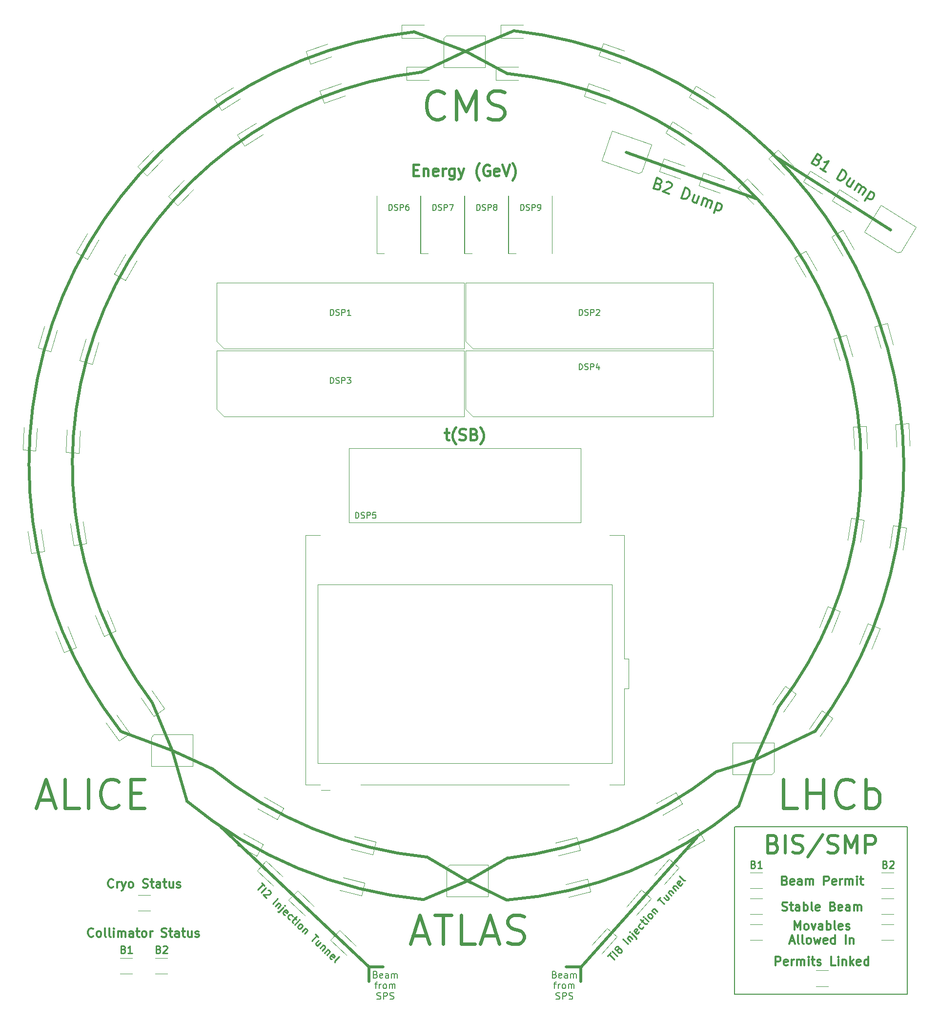
<source format=gto>
%TF.GenerationSoftware,KiCad,Pcbnew,9.0.4*%
%TF.CreationDate,2025-09-16T15:39:33-04:00*%
%TF.ProjectId,mini-lhc-display,6d696e69-2d6c-4686-932d-646973706c61,rev?*%
%TF.SameCoordinates,Original*%
%TF.FileFunction,Legend,Top*%
%TF.FilePolarity,Positive*%
%FSLAX46Y46*%
G04 Gerber Fmt 4.6, Leading zero omitted, Abs format (unit mm)*
G04 Created by KiCad (PCBNEW 9.0.4) date 2025-09-16 15:39:33*
%MOMM*%
%LPD*%
G01*
G04 APERTURE LIST*
%ADD10C,0.500000*%
%ADD11C,0.152400*%
%ADD12C,0.625000*%
%ADD13C,0.300000*%
%ADD14C,0.254000*%
%ADD15C,0.304800*%
%ADD16C,0.381000*%
%ADD17C,0.508000*%
%ADD18C,0.120000*%
%ADD19C,0.100000*%
G04 APERTURE END LIST*
D10*
X103252081Y-34520276D02*
X95971503Y-30636979D01*
X88709894Y-177746276D02*
X96362397Y-174537255D01*
X136164248Y-167005000D02*
X116046261Y-189424385D01*
X53503786Y-165127798D02*
X79211509Y-189442151D01*
X88709894Y-177746276D02*
G75*
G02*
X47624999Y-160655001I7223156J75290036D01*
G01*
X89344894Y-170380276D02*
G75*
G02*
X51999998Y-155000003I6684526J69259496D01*
G01*
D11*
X142748000Y-165100000D02*
X172593000Y-165100000D01*
D10*
X45085000Y-151934529D02*
X36195000Y-148590000D01*
X47625000Y-160655000D02*
X45085000Y-151934529D01*
X36195000Y-148590000D02*
G75*
G02*
X86995000Y-27305002I59488340J46364660D01*
G01*
X79211509Y-189442151D02*
X81711509Y-189442151D01*
X103252087Y-34520276D02*
G75*
G02*
X150260885Y-144372130I-6933187J-67951054D01*
G01*
X146701079Y-56328906D02*
X123888894Y-48203939D01*
D11*
X172593000Y-165100000D02*
X172593000Y-194183000D01*
D10*
X79211509Y-189442151D02*
X79211509Y-191942151D01*
X95971503Y-30636979D02*
X86995026Y-27305000D01*
X104386440Y-27108039D02*
G75*
G02*
X156679348Y-148521138I-8409200J-75589751D01*
G01*
X89344894Y-170380276D02*
X96362397Y-174537255D01*
X139382894Y-155648276D02*
G75*
G02*
X103260894Y-170570279I-44843474J57371886D01*
G01*
X95971503Y-30636979D02*
X88265010Y-34289999D01*
X41526147Y-143425535D02*
G75*
G02*
X88265000Y-34289999I54718953J41141885D01*
G01*
D11*
X142621000Y-194183000D02*
X142621000Y-165100000D01*
D10*
X115959647Y-189457228D02*
X115959647Y-191957228D01*
X52000000Y-155000004D02*
X45085000Y-151934529D01*
X143446894Y-161490276D02*
G75*
G02*
X103153639Y-177820278I-45751934J55014486D01*
G01*
X139382894Y-155648276D02*
X146415119Y-153386718D01*
X104386440Y-27108040D02*
X95971503Y-30636979D01*
X146170894Y-153552251D02*
X156679344Y-148521135D01*
X103260894Y-170570276D02*
X96362397Y-174537255D01*
X45085000Y-151934529D02*
X41684955Y-143635907D01*
X146170894Y-153552251D02*
X143446894Y-161490276D01*
X150260894Y-144372137D02*
X146170894Y-153552251D01*
X169735894Y-61615818D02*
X149765523Y-48926558D01*
X115981045Y-189442151D02*
X113481045Y-189442151D01*
X103153632Y-177820276D02*
X96362397Y-174537255D01*
D11*
X172593000Y-194183000D02*
X142621000Y-194183000D01*
D12*
X22001458Y-160433299D02*
X24382411Y-160433299D01*
X21525268Y-161861871D02*
X23191935Y-156861871D01*
X23191935Y-156861871D02*
X24858601Y-161861871D01*
X28906220Y-161861871D02*
X26525268Y-161861871D01*
X26525268Y-161861871D02*
X26525268Y-156861871D01*
X30572887Y-161861871D02*
X30572887Y-156861871D01*
X35810982Y-161385680D02*
X35572886Y-161623776D01*
X35572886Y-161623776D02*
X34858601Y-161861871D01*
X34858601Y-161861871D02*
X34382410Y-161861871D01*
X34382410Y-161861871D02*
X33668124Y-161623776D01*
X33668124Y-161623776D02*
X33191934Y-161147585D01*
X33191934Y-161147585D02*
X32953839Y-160671395D01*
X32953839Y-160671395D02*
X32715743Y-159719014D01*
X32715743Y-159719014D02*
X32715743Y-159004728D01*
X32715743Y-159004728D02*
X32953839Y-158052347D01*
X32953839Y-158052347D02*
X33191934Y-157576156D01*
X33191934Y-157576156D02*
X33668124Y-157099966D01*
X33668124Y-157099966D02*
X34382410Y-156861871D01*
X34382410Y-156861871D02*
X34858601Y-156861871D01*
X34858601Y-156861871D02*
X35572886Y-157099966D01*
X35572886Y-157099966D02*
X35810982Y-157338061D01*
X37953839Y-159242823D02*
X39620505Y-159242823D01*
X40334791Y-161861871D02*
X37953839Y-161861871D01*
X37953839Y-161861871D02*
X37953839Y-156861871D01*
X37953839Y-156861871D02*
X40334791Y-156861871D01*
D13*
X153078499Y-182977370D02*
X153078499Y-181477370D01*
X153078499Y-181477370D02*
X153578499Y-182548799D01*
X153578499Y-182548799D02*
X154078499Y-181477370D01*
X154078499Y-181477370D02*
X154078499Y-182977370D01*
X155007071Y-182977370D02*
X154864214Y-182905942D01*
X154864214Y-182905942D02*
X154792785Y-182834513D01*
X154792785Y-182834513D02*
X154721357Y-182691656D01*
X154721357Y-182691656D02*
X154721357Y-182263084D01*
X154721357Y-182263084D02*
X154792785Y-182120227D01*
X154792785Y-182120227D02*
X154864214Y-182048799D01*
X154864214Y-182048799D02*
X155007071Y-181977370D01*
X155007071Y-181977370D02*
X155221357Y-181977370D01*
X155221357Y-181977370D02*
X155364214Y-182048799D01*
X155364214Y-182048799D02*
X155435643Y-182120227D01*
X155435643Y-182120227D02*
X155507071Y-182263084D01*
X155507071Y-182263084D02*
X155507071Y-182691656D01*
X155507071Y-182691656D02*
X155435643Y-182834513D01*
X155435643Y-182834513D02*
X155364214Y-182905942D01*
X155364214Y-182905942D02*
X155221357Y-182977370D01*
X155221357Y-182977370D02*
X155007071Y-182977370D01*
X156007071Y-181977370D02*
X156364214Y-182977370D01*
X156364214Y-182977370D02*
X156721357Y-181977370D01*
X157935643Y-182977370D02*
X157935643Y-182191656D01*
X157935643Y-182191656D02*
X157864214Y-182048799D01*
X157864214Y-182048799D02*
X157721357Y-181977370D01*
X157721357Y-181977370D02*
X157435643Y-181977370D01*
X157435643Y-181977370D02*
X157292785Y-182048799D01*
X157935643Y-182905942D02*
X157792785Y-182977370D01*
X157792785Y-182977370D02*
X157435643Y-182977370D01*
X157435643Y-182977370D02*
X157292785Y-182905942D01*
X157292785Y-182905942D02*
X157221357Y-182763084D01*
X157221357Y-182763084D02*
X157221357Y-182620227D01*
X157221357Y-182620227D02*
X157292785Y-182477370D01*
X157292785Y-182477370D02*
X157435643Y-182405942D01*
X157435643Y-182405942D02*
X157792785Y-182405942D01*
X157792785Y-182405942D02*
X157935643Y-182334513D01*
X158649928Y-182977370D02*
X158649928Y-181477370D01*
X158649928Y-182048799D02*
X158792786Y-181977370D01*
X158792786Y-181977370D02*
X159078500Y-181977370D01*
X159078500Y-181977370D02*
X159221357Y-182048799D01*
X159221357Y-182048799D02*
X159292786Y-182120227D01*
X159292786Y-182120227D02*
X159364214Y-182263084D01*
X159364214Y-182263084D02*
X159364214Y-182691656D01*
X159364214Y-182691656D02*
X159292786Y-182834513D01*
X159292786Y-182834513D02*
X159221357Y-182905942D01*
X159221357Y-182905942D02*
X159078500Y-182977370D01*
X159078500Y-182977370D02*
X158792786Y-182977370D01*
X158792786Y-182977370D02*
X158649928Y-182905942D01*
X160221357Y-182977370D02*
X160078500Y-182905942D01*
X160078500Y-182905942D02*
X160007071Y-182763084D01*
X160007071Y-182763084D02*
X160007071Y-181477370D01*
X161364214Y-182905942D02*
X161221357Y-182977370D01*
X161221357Y-182977370D02*
X160935643Y-182977370D01*
X160935643Y-182977370D02*
X160792785Y-182905942D01*
X160792785Y-182905942D02*
X160721357Y-182763084D01*
X160721357Y-182763084D02*
X160721357Y-182191656D01*
X160721357Y-182191656D02*
X160792785Y-182048799D01*
X160792785Y-182048799D02*
X160935643Y-181977370D01*
X160935643Y-181977370D02*
X161221357Y-181977370D01*
X161221357Y-181977370D02*
X161364214Y-182048799D01*
X161364214Y-182048799D02*
X161435643Y-182191656D01*
X161435643Y-182191656D02*
X161435643Y-182334513D01*
X161435643Y-182334513D02*
X160721357Y-182477370D01*
X162007071Y-182905942D02*
X162149928Y-182977370D01*
X162149928Y-182977370D02*
X162435642Y-182977370D01*
X162435642Y-182977370D02*
X162578499Y-182905942D01*
X162578499Y-182905942D02*
X162649928Y-182763084D01*
X162649928Y-182763084D02*
X162649928Y-182691656D01*
X162649928Y-182691656D02*
X162578499Y-182548799D01*
X162578499Y-182548799D02*
X162435642Y-182477370D01*
X162435642Y-182477370D02*
X162221357Y-182477370D01*
X162221357Y-182477370D02*
X162078499Y-182405942D01*
X162078499Y-182405942D02*
X162007071Y-182263084D01*
X162007071Y-182263084D02*
X162007071Y-182191656D01*
X162007071Y-182191656D02*
X162078499Y-182048799D01*
X162078499Y-182048799D02*
X162221357Y-181977370D01*
X162221357Y-181977370D02*
X162435642Y-181977370D01*
X162435642Y-181977370D02*
X162578499Y-182048799D01*
X152292786Y-184963715D02*
X153007072Y-184963715D01*
X152149929Y-185392286D02*
X152649929Y-183892286D01*
X152649929Y-183892286D02*
X153149929Y-185392286D01*
X153864214Y-185392286D02*
X153721357Y-185320858D01*
X153721357Y-185320858D02*
X153649928Y-185178000D01*
X153649928Y-185178000D02*
X153649928Y-183892286D01*
X154649928Y-185392286D02*
X154507071Y-185320858D01*
X154507071Y-185320858D02*
X154435642Y-185178000D01*
X154435642Y-185178000D02*
X154435642Y-183892286D01*
X155435642Y-185392286D02*
X155292785Y-185320858D01*
X155292785Y-185320858D02*
X155221356Y-185249429D01*
X155221356Y-185249429D02*
X155149928Y-185106572D01*
X155149928Y-185106572D02*
X155149928Y-184678000D01*
X155149928Y-184678000D02*
X155221356Y-184535143D01*
X155221356Y-184535143D02*
X155292785Y-184463715D01*
X155292785Y-184463715D02*
X155435642Y-184392286D01*
X155435642Y-184392286D02*
X155649928Y-184392286D01*
X155649928Y-184392286D02*
X155792785Y-184463715D01*
X155792785Y-184463715D02*
X155864214Y-184535143D01*
X155864214Y-184535143D02*
X155935642Y-184678000D01*
X155935642Y-184678000D02*
X155935642Y-185106572D01*
X155935642Y-185106572D02*
X155864214Y-185249429D01*
X155864214Y-185249429D02*
X155792785Y-185320858D01*
X155792785Y-185320858D02*
X155649928Y-185392286D01*
X155649928Y-185392286D02*
X155435642Y-185392286D01*
X156435642Y-184392286D02*
X156721357Y-185392286D01*
X156721357Y-185392286D02*
X157007071Y-184678000D01*
X157007071Y-184678000D02*
X157292785Y-185392286D01*
X157292785Y-185392286D02*
X157578499Y-184392286D01*
X158721357Y-185320858D02*
X158578500Y-185392286D01*
X158578500Y-185392286D02*
X158292786Y-185392286D01*
X158292786Y-185392286D02*
X158149928Y-185320858D01*
X158149928Y-185320858D02*
X158078500Y-185178000D01*
X158078500Y-185178000D02*
X158078500Y-184606572D01*
X158078500Y-184606572D02*
X158149928Y-184463715D01*
X158149928Y-184463715D02*
X158292786Y-184392286D01*
X158292786Y-184392286D02*
X158578500Y-184392286D01*
X158578500Y-184392286D02*
X158721357Y-184463715D01*
X158721357Y-184463715D02*
X158792786Y-184606572D01*
X158792786Y-184606572D02*
X158792786Y-184749429D01*
X158792786Y-184749429D02*
X158078500Y-184892286D01*
X160078500Y-185392286D02*
X160078500Y-183892286D01*
X160078500Y-185320858D02*
X159935642Y-185392286D01*
X159935642Y-185392286D02*
X159649928Y-185392286D01*
X159649928Y-185392286D02*
X159507071Y-185320858D01*
X159507071Y-185320858D02*
X159435642Y-185249429D01*
X159435642Y-185249429D02*
X159364214Y-185106572D01*
X159364214Y-185106572D02*
X159364214Y-184678000D01*
X159364214Y-184678000D02*
X159435642Y-184535143D01*
X159435642Y-184535143D02*
X159507071Y-184463715D01*
X159507071Y-184463715D02*
X159649928Y-184392286D01*
X159649928Y-184392286D02*
X159935642Y-184392286D01*
X159935642Y-184392286D02*
X160078500Y-184463715D01*
X161935642Y-185392286D02*
X161935642Y-183892286D01*
X162649928Y-184392286D02*
X162649928Y-185392286D01*
X162649928Y-184535143D02*
X162721357Y-184463715D01*
X162721357Y-184463715D02*
X162864214Y-184392286D01*
X162864214Y-184392286D02*
X163078500Y-184392286D01*
X163078500Y-184392286D02*
X163221357Y-184463715D01*
X163221357Y-184463715D02*
X163292786Y-184606572D01*
X163292786Y-184606572D02*
X163292786Y-185392286D01*
D12*
X153525506Y-161861871D02*
X151144554Y-161861871D01*
X151144554Y-161861871D02*
X151144554Y-156861871D01*
X155192173Y-161861871D02*
X155192173Y-156861871D01*
X155192173Y-159242823D02*
X158049316Y-159242823D01*
X158049316Y-161861871D02*
X158049316Y-156861871D01*
X163287411Y-161385680D02*
X163049315Y-161623776D01*
X163049315Y-161623776D02*
X162335030Y-161861871D01*
X162335030Y-161861871D02*
X161858839Y-161861871D01*
X161858839Y-161861871D02*
X161144553Y-161623776D01*
X161144553Y-161623776D02*
X160668363Y-161147585D01*
X160668363Y-161147585D02*
X160430268Y-160671395D01*
X160430268Y-160671395D02*
X160192172Y-159719014D01*
X160192172Y-159719014D02*
X160192172Y-159004728D01*
X160192172Y-159004728D02*
X160430268Y-158052347D01*
X160430268Y-158052347D02*
X160668363Y-157576156D01*
X160668363Y-157576156D02*
X161144553Y-157099966D01*
X161144553Y-157099966D02*
X161858839Y-156861871D01*
X161858839Y-156861871D02*
X162335030Y-156861871D01*
X162335030Y-156861871D02*
X163049315Y-157099966D01*
X163049315Y-157099966D02*
X163287411Y-157338061D01*
X165430268Y-161861871D02*
X165430268Y-156861871D01*
X165430268Y-158766633D02*
X165906458Y-158528537D01*
X165906458Y-158528537D02*
X166858839Y-158528537D01*
X166858839Y-158528537D02*
X167335030Y-158766633D01*
X167335030Y-158766633D02*
X167573125Y-159004728D01*
X167573125Y-159004728D02*
X167811220Y-159480918D01*
X167811220Y-159480918D02*
X167811220Y-160909490D01*
X167811220Y-160909490D02*
X167573125Y-161385680D01*
X167573125Y-161385680D02*
X167335030Y-161623776D01*
X167335030Y-161623776D02*
X166858839Y-161861871D01*
X166858839Y-161861871D02*
X165906458Y-161861871D01*
X165906458Y-161861871D02*
X165430268Y-161623776D01*
D14*
X120664459Y-187521262D02*
X121149152Y-186981139D01*
X121852022Y-188099414D02*
X120906805Y-187251201D01*
X122377106Y-187514280D02*
X121431890Y-186666067D01*
X122362067Y-186444452D02*
X122236274Y-186494082D01*
X122236274Y-186494082D02*
X122150873Y-186498701D01*
X122150873Y-186498701D02*
X122020461Y-186462929D01*
X122020461Y-186462929D02*
X121975451Y-186422538D01*
X121975451Y-186422538D02*
X121925821Y-186296746D01*
X121925821Y-186296746D02*
X121921202Y-186211344D01*
X121921202Y-186211344D02*
X121956974Y-186080932D01*
X121956974Y-186080932D02*
X122118539Y-185900891D01*
X122118539Y-185900891D02*
X122244331Y-185851262D01*
X122244331Y-185851262D02*
X122329732Y-185846643D01*
X122329732Y-185846643D02*
X122460144Y-185882414D01*
X122460144Y-185882414D02*
X122505155Y-185922806D01*
X122505155Y-185922806D02*
X122554784Y-186048598D01*
X122554784Y-186048598D02*
X122559403Y-186134000D01*
X122559403Y-186134000D02*
X122523631Y-186264411D01*
X122523631Y-186264411D02*
X122362067Y-186444452D01*
X122362067Y-186444452D02*
X122326295Y-186574864D01*
X122326295Y-186574864D02*
X122330914Y-186660266D01*
X122330914Y-186660266D02*
X122380544Y-186786058D01*
X122380544Y-186786058D02*
X122560585Y-186947623D01*
X122560585Y-186947623D02*
X122690997Y-186983395D01*
X122690997Y-186983395D02*
X122776398Y-186978775D01*
X122776398Y-186978775D02*
X122902191Y-186929146D01*
X122902191Y-186929146D02*
X123063755Y-186749105D01*
X123063755Y-186749105D02*
X123099527Y-186618693D01*
X123099527Y-186618693D02*
X123094908Y-186533291D01*
X123094908Y-186533291D02*
X123045278Y-186407499D01*
X123045278Y-186407499D02*
X122865237Y-186245934D01*
X122865237Y-186245934D02*
X122734825Y-186210163D01*
X122734825Y-186210163D02*
X122649424Y-186214782D01*
X122649424Y-186214782D02*
X122523631Y-186264411D01*
X124235097Y-185443806D02*
X123289881Y-184595592D01*
X124008864Y-184428227D02*
X124639008Y-184993702D01*
X124098885Y-184509009D02*
X124094266Y-184423608D01*
X124094266Y-184423608D02*
X124130038Y-184293196D01*
X124130038Y-184293196D02*
X124251211Y-184158165D01*
X124251211Y-184158165D02*
X124377003Y-184108536D01*
X124377003Y-184108536D02*
X124507415Y-184144307D01*
X124507415Y-184144307D02*
X125002528Y-184588610D01*
X124776296Y-183573031D02*
X125586481Y-184300071D01*
X125586481Y-184300071D02*
X125636111Y-184425863D01*
X125636111Y-184425863D02*
X125600339Y-184556275D01*
X125600339Y-184556275D02*
X125559948Y-184601285D01*
X124461223Y-183290293D02*
X124465843Y-183375694D01*
X124465843Y-183375694D02*
X124551244Y-183371075D01*
X124551244Y-183371075D02*
X124546625Y-183285674D01*
X124546625Y-183285674D02*
X124461223Y-183290293D01*
X124461223Y-183290293D02*
X124551244Y-183371075D01*
X126088470Y-183287930D02*
X126052698Y-183418341D01*
X126052698Y-183418341D02*
X125891133Y-183598383D01*
X125891133Y-183598383D02*
X125765341Y-183648012D01*
X125765341Y-183648012D02*
X125634929Y-183612240D01*
X125634929Y-183612240D02*
X125274847Y-183289111D01*
X125274847Y-183289111D02*
X125225217Y-183163319D01*
X125225217Y-183163319D02*
X125260989Y-183032907D01*
X125260989Y-183032907D02*
X125422553Y-182852866D01*
X125422553Y-182852866D02*
X125548346Y-182803236D01*
X125548346Y-182803236D02*
X125678758Y-182839008D01*
X125678758Y-182839008D02*
X125768778Y-182919790D01*
X125768778Y-182919790D02*
X125454888Y-183450676D01*
X126855900Y-182432734D02*
X126820129Y-182563146D01*
X126820129Y-182563146D02*
X126658564Y-182743187D01*
X126658564Y-182743187D02*
X126532772Y-182792817D01*
X126532772Y-182792817D02*
X126447370Y-182797436D01*
X126447370Y-182797436D02*
X126316958Y-182761664D01*
X126316958Y-182761664D02*
X126046897Y-182519317D01*
X126046897Y-182519317D02*
X125997267Y-182393525D01*
X125997267Y-182393525D02*
X125992648Y-182308123D01*
X125992648Y-182308123D02*
X126028420Y-182177711D01*
X126028420Y-182177711D02*
X126189984Y-181997670D01*
X126189984Y-181997670D02*
X126315777Y-181948041D01*
X126513113Y-181637588D02*
X126836242Y-181277506D01*
X126319214Y-181219819D02*
X127129400Y-181946859D01*
X127129400Y-181946859D02*
X127259811Y-181982631D01*
X127259811Y-181982631D02*
X127385604Y-181933002D01*
X127385604Y-181933002D02*
X127466386Y-181842981D01*
X127749124Y-181527909D02*
X127118979Y-180962434D01*
X126803907Y-180679696D02*
X126808526Y-180765097D01*
X126808526Y-180765097D02*
X126893928Y-180760478D01*
X126893928Y-180760478D02*
X126889309Y-180675077D01*
X126889309Y-180675077D02*
X126803907Y-180679696D01*
X126803907Y-180679696D02*
X126893928Y-180760478D01*
X128274208Y-180942775D02*
X128148416Y-180992405D01*
X128148416Y-180992405D02*
X128063014Y-180997024D01*
X128063014Y-180997024D02*
X127932602Y-180961252D01*
X127932602Y-180961252D02*
X127662541Y-180718905D01*
X127662541Y-180718905D02*
X127612911Y-180593113D01*
X127612911Y-180593113D02*
X127608292Y-180507711D01*
X127608292Y-180507711D02*
X127644064Y-180377300D01*
X127644064Y-180377300D02*
X127765237Y-180242269D01*
X127765237Y-180242269D02*
X127891030Y-180192639D01*
X127891030Y-180192639D02*
X127976431Y-180188020D01*
X127976431Y-180188020D02*
X128106843Y-180223792D01*
X128106843Y-180223792D02*
X128376905Y-180466139D01*
X128376905Y-180466139D02*
X128426534Y-180591931D01*
X128426534Y-180591931D02*
X128431153Y-180677333D01*
X128431153Y-180677333D02*
X128395381Y-180807744D01*
X128395381Y-180807744D02*
X128274208Y-180942775D01*
X128290322Y-179657134D02*
X128920466Y-180222610D01*
X128380342Y-179737917D02*
X128375723Y-179652515D01*
X128375723Y-179652515D02*
X128411495Y-179522104D01*
X128411495Y-179522104D02*
X128532669Y-179387073D01*
X128532669Y-179387073D02*
X128658461Y-179337443D01*
X128658461Y-179337443D02*
X128788873Y-179373215D01*
X128788873Y-179373215D02*
X129283986Y-179817517D01*
X129267765Y-177934067D02*
X129752459Y-177393943D01*
X130455329Y-178512218D02*
X129510112Y-177664005D01*
X130713789Y-176956516D02*
X131343933Y-177521991D01*
X130350269Y-177361609D02*
X130845382Y-177805911D01*
X130845382Y-177805911D02*
X130975794Y-177841683D01*
X130975794Y-177841683D02*
X131101586Y-177792053D01*
X131101586Y-177792053D02*
X131222760Y-177657022D01*
X131222760Y-177657022D02*
X131258532Y-177526611D01*
X131258532Y-177526611D02*
X131253912Y-177441209D01*
X131117700Y-176506412D02*
X131747844Y-177071888D01*
X131207721Y-176587195D02*
X131203102Y-176501793D01*
X131203102Y-176501793D02*
X131238873Y-176371382D01*
X131238873Y-176371382D02*
X131360047Y-176236351D01*
X131360047Y-176236351D02*
X131485839Y-176186721D01*
X131485839Y-176186721D02*
X131616251Y-176222493D01*
X131616251Y-176222493D02*
X132111364Y-176666795D01*
X131885131Y-175651216D02*
X132515276Y-176216692D01*
X131975152Y-175731999D02*
X131970533Y-175646597D01*
X131970533Y-175646597D02*
X132006305Y-175516185D01*
X132006305Y-175516185D02*
X132127478Y-175381155D01*
X132127478Y-175381155D02*
X132253271Y-175331525D01*
X132253271Y-175331525D02*
X132383682Y-175367297D01*
X132383682Y-175367297D02*
X132878796Y-175811599D01*
X133560826Y-174961022D02*
X133525054Y-175091434D01*
X133525054Y-175091434D02*
X133363489Y-175271475D01*
X133363489Y-175271475D02*
X133237697Y-175321105D01*
X133237697Y-175321105D02*
X133107285Y-175285333D01*
X133107285Y-175285333D02*
X132747203Y-174962204D01*
X132747203Y-174962204D02*
X132697573Y-174836411D01*
X132697573Y-174836411D02*
X132733345Y-174706000D01*
X132733345Y-174706000D02*
X132894909Y-174525958D01*
X132894909Y-174525958D02*
X133020702Y-174476329D01*
X133020702Y-174476329D02*
X133151114Y-174512101D01*
X133151114Y-174512101D02*
X133241134Y-174592883D01*
X133241134Y-174592883D02*
X132927244Y-175123768D01*
X134130920Y-174416280D02*
X134005128Y-174465909D01*
X134005128Y-174465909D02*
X133874716Y-174430137D01*
X133874716Y-174430137D02*
X133064530Y-173703097D01*
D11*
X111453710Y-190734457D02*
X111616996Y-190788885D01*
X111616996Y-190788885D02*
X111671425Y-190843314D01*
X111671425Y-190843314D02*
X111725853Y-190952171D01*
X111725853Y-190952171D02*
X111725853Y-191115457D01*
X111725853Y-191115457D02*
X111671425Y-191224314D01*
X111671425Y-191224314D02*
X111616996Y-191278743D01*
X111616996Y-191278743D02*
X111508139Y-191333171D01*
X111508139Y-191333171D02*
X111072710Y-191333171D01*
X111072710Y-191333171D02*
X111072710Y-190190171D01*
X111072710Y-190190171D02*
X111453710Y-190190171D01*
X111453710Y-190190171D02*
X111562568Y-190244600D01*
X111562568Y-190244600D02*
X111616996Y-190299028D01*
X111616996Y-190299028D02*
X111671425Y-190407885D01*
X111671425Y-190407885D02*
X111671425Y-190516743D01*
X111671425Y-190516743D02*
X111616996Y-190625600D01*
X111616996Y-190625600D02*
X111562568Y-190680028D01*
X111562568Y-190680028D02*
X111453710Y-190734457D01*
X111453710Y-190734457D02*
X111072710Y-190734457D01*
X112651139Y-191278743D02*
X112542282Y-191333171D01*
X112542282Y-191333171D02*
X112324568Y-191333171D01*
X112324568Y-191333171D02*
X112215710Y-191278743D01*
X112215710Y-191278743D02*
X112161282Y-191169885D01*
X112161282Y-191169885D02*
X112161282Y-190734457D01*
X112161282Y-190734457D02*
X112215710Y-190625600D01*
X112215710Y-190625600D02*
X112324568Y-190571171D01*
X112324568Y-190571171D02*
X112542282Y-190571171D01*
X112542282Y-190571171D02*
X112651139Y-190625600D01*
X112651139Y-190625600D02*
X112705568Y-190734457D01*
X112705568Y-190734457D02*
X112705568Y-190843314D01*
X112705568Y-190843314D02*
X112161282Y-190952171D01*
X113685282Y-191333171D02*
X113685282Y-190734457D01*
X113685282Y-190734457D02*
X113630853Y-190625600D01*
X113630853Y-190625600D02*
X113521996Y-190571171D01*
X113521996Y-190571171D02*
X113304282Y-190571171D01*
X113304282Y-190571171D02*
X113195424Y-190625600D01*
X113685282Y-191278743D02*
X113576424Y-191333171D01*
X113576424Y-191333171D02*
X113304282Y-191333171D01*
X113304282Y-191333171D02*
X113195424Y-191278743D01*
X113195424Y-191278743D02*
X113140996Y-191169885D01*
X113140996Y-191169885D02*
X113140996Y-191061028D01*
X113140996Y-191061028D02*
X113195424Y-190952171D01*
X113195424Y-190952171D02*
X113304282Y-190897743D01*
X113304282Y-190897743D02*
X113576424Y-190897743D01*
X113576424Y-190897743D02*
X113685282Y-190843314D01*
X114229567Y-191333171D02*
X114229567Y-190571171D01*
X114229567Y-190680028D02*
X114283996Y-190625600D01*
X114283996Y-190625600D02*
X114392853Y-190571171D01*
X114392853Y-190571171D02*
X114556139Y-190571171D01*
X114556139Y-190571171D02*
X114664996Y-190625600D01*
X114664996Y-190625600D02*
X114719425Y-190734457D01*
X114719425Y-190734457D02*
X114719425Y-191333171D01*
X114719425Y-190734457D02*
X114773853Y-190625600D01*
X114773853Y-190625600D02*
X114882710Y-190571171D01*
X114882710Y-190571171D02*
X115045996Y-190571171D01*
X115045996Y-190571171D02*
X115154853Y-190625600D01*
X115154853Y-190625600D02*
X115209282Y-190734457D01*
X115209282Y-190734457D02*
X115209282Y-191333171D01*
X111290425Y-192411337D02*
X111725853Y-192411337D01*
X111453710Y-193173337D02*
X111453710Y-192193623D01*
X111453710Y-192193623D02*
X111508139Y-192084766D01*
X111508139Y-192084766D02*
X111616996Y-192030337D01*
X111616996Y-192030337D02*
X111725853Y-192030337D01*
X112106853Y-193173337D02*
X112106853Y-192411337D01*
X112106853Y-192629051D02*
X112161282Y-192520194D01*
X112161282Y-192520194D02*
X112215711Y-192465766D01*
X112215711Y-192465766D02*
X112324568Y-192411337D01*
X112324568Y-192411337D02*
X112433425Y-192411337D01*
X112977710Y-193173337D02*
X112868853Y-193118909D01*
X112868853Y-193118909D02*
X112814424Y-193064480D01*
X112814424Y-193064480D02*
X112759996Y-192955623D01*
X112759996Y-192955623D02*
X112759996Y-192629051D01*
X112759996Y-192629051D02*
X112814424Y-192520194D01*
X112814424Y-192520194D02*
X112868853Y-192465766D01*
X112868853Y-192465766D02*
X112977710Y-192411337D01*
X112977710Y-192411337D02*
X113140996Y-192411337D01*
X113140996Y-192411337D02*
X113249853Y-192465766D01*
X113249853Y-192465766D02*
X113304282Y-192520194D01*
X113304282Y-192520194D02*
X113358710Y-192629051D01*
X113358710Y-192629051D02*
X113358710Y-192955623D01*
X113358710Y-192955623D02*
X113304282Y-193064480D01*
X113304282Y-193064480D02*
X113249853Y-193118909D01*
X113249853Y-193118909D02*
X113140996Y-193173337D01*
X113140996Y-193173337D02*
X112977710Y-193173337D01*
X113848567Y-193173337D02*
X113848567Y-192411337D01*
X113848567Y-192520194D02*
X113902996Y-192465766D01*
X113902996Y-192465766D02*
X114011853Y-192411337D01*
X114011853Y-192411337D02*
X114175139Y-192411337D01*
X114175139Y-192411337D02*
X114283996Y-192465766D01*
X114283996Y-192465766D02*
X114338425Y-192574623D01*
X114338425Y-192574623D02*
X114338425Y-193173337D01*
X114338425Y-192574623D02*
X114392853Y-192465766D01*
X114392853Y-192465766D02*
X114501710Y-192411337D01*
X114501710Y-192411337D02*
X114664996Y-192411337D01*
X114664996Y-192411337D02*
X114773853Y-192465766D01*
X114773853Y-192465766D02*
X114828282Y-192574623D01*
X114828282Y-192574623D02*
X114828282Y-193173337D01*
X111698639Y-194959075D02*
X111861925Y-195013503D01*
X111861925Y-195013503D02*
X112134067Y-195013503D01*
X112134067Y-195013503D02*
X112242925Y-194959075D01*
X112242925Y-194959075D02*
X112297353Y-194904646D01*
X112297353Y-194904646D02*
X112351782Y-194795789D01*
X112351782Y-194795789D02*
X112351782Y-194686932D01*
X112351782Y-194686932D02*
X112297353Y-194578075D01*
X112297353Y-194578075D02*
X112242925Y-194523646D01*
X112242925Y-194523646D02*
X112134067Y-194469217D01*
X112134067Y-194469217D02*
X111916353Y-194414789D01*
X111916353Y-194414789D02*
X111807496Y-194360360D01*
X111807496Y-194360360D02*
X111753067Y-194305932D01*
X111753067Y-194305932D02*
X111698639Y-194197075D01*
X111698639Y-194197075D02*
X111698639Y-194088217D01*
X111698639Y-194088217D02*
X111753067Y-193979360D01*
X111753067Y-193979360D02*
X111807496Y-193924932D01*
X111807496Y-193924932D02*
X111916353Y-193870503D01*
X111916353Y-193870503D02*
X112188496Y-193870503D01*
X112188496Y-193870503D02*
X112351782Y-193924932D01*
X112841638Y-195013503D02*
X112841638Y-193870503D01*
X112841638Y-193870503D02*
X113277067Y-193870503D01*
X113277067Y-193870503D02*
X113385924Y-193924932D01*
X113385924Y-193924932D02*
X113440353Y-193979360D01*
X113440353Y-193979360D02*
X113494781Y-194088217D01*
X113494781Y-194088217D02*
X113494781Y-194251503D01*
X113494781Y-194251503D02*
X113440353Y-194360360D01*
X113440353Y-194360360D02*
X113385924Y-194414789D01*
X113385924Y-194414789D02*
X113277067Y-194469217D01*
X113277067Y-194469217D02*
X112841638Y-194469217D01*
X113930210Y-194959075D02*
X114093496Y-195013503D01*
X114093496Y-195013503D02*
X114365638Y-195013503D01*
X114365638Y-195013503D02*
X114474496Y-194959075D01*
X114474496Y-194959075D02*
X114528924Y-194904646D01*
X114528924Y-194904646D02*
X114583353Y-194795789D01*
X114583353Y-194795789D02*
X114583353Y-194686932D01*
X114583353Y-194686932D02*
X114528924Y-194578075D01*
X114528924Y-194578075D02*
X114474496Y-194523646D01*
X114474496Y-194523646D02*
X114365638Y-194469217D01*
X114365638Y-194469217D02*
X114147924Y-194414789D01*
X114147924Y-194414789D02*
X114039067Y-194360360D01*
X114039067Y-194360360D02*
X113984638Y-194305932D01*
X113984638Y-194305932D02*
X113930210Y-194197075D01*
X113930210Y-194197075D02*
X113930210Y-194088217D01*
X113930210Y-194088217D02*
X113984638Y-193979360D01*
X113984638Y-193979360D02*
X114039067Y-193924932D01*
X114039067Y-193924932D02*
X114147924Y-193870503D01*
X114147924Y-193870503D02*
X114420067Y-193870503D01*
X114420067Y-193870503D02*
X114583353Y-193924932D01*
D14*
X36631952Y-186364130D02*
X36813380Y-186424606D01*
X36813380Y-186424606D02*
X36873857Y-186485082D01*
X36873857Y-186485082D02*
X36934333Y-186606034D01*
X36934333Y-186606034D02*
X36934333Y-186787463D01*
X36934333Y-186787463D02*
X36873857Y-186908415D01*
X36873857Y-186908415D02*
X36813380Y-186968892D01*
X36813380Y-186968892D02*
X36692428Y-187029368D01*
X36692428Y-187029368D02*
X36208618Y-187029368D01*
X36208618Y-187029368D02*
X36208618Y-185759368D01*
X36208618Y-185759368D02*
X36631952Y-185759368D01*
X36631952Y-185759368D02*
X36752904Y-185819844D01*
X36752904Y-185819844D02*
X36813380Y-185880320D01*
X36813380Y-185880320D02*
X36873857Y-186001272D01*
X36873857Y-186001272D02*
X36873857Y-186122225D01*
X36873857Y-186122225D02*
X36813380Y-186243177D01*
X36813380Y-186243177D02*
X36752904Y-186303653D01*
X36752904Y-186303653D02*
X36631952Y-186364130D01*
X36631952Y-186364130D02*
X36208618Y-186364130D01*
X38143857Y-187029368D02*
X37418142Y-187029368D01*
X37780999Y-187029368D02*
X37780999Y-185759368D01*
X37780999Y-185759368D02*
X37660047Y-185940796D01*
X37660047Y-185940796D02*
X37539095Y-186061749D01*
X37539095Y-186061749D02*
X37418142Y-186122225D01*
D12*
X86877142Y-183982023D02*
X89258095Y-183982023D01*
X86400952Y-185410595D02*
X88067619Y-180410595D01*
X88067619Y-180410595D02*
X89734285Y-185410595D01*
X90686666Y-180410595D02*
X93543809Y-180410595D01*
X92115237Y-185410595D02*
X92115237Y-180410595D01*
X97591428Y-185410595D02*
X95210476Y-185410595D01*
X95210476Y-185410595D02*
X95210476Y-180410595D01*
X99019999Y-183982023D02*
X101400952Y-183982023D01*
X98543809Y-185410595D02*
X100210476Y-180410595D01*
X100210476Y-180410595D02*
X101877142Y-185410595D01*
X103305713Y-185172500D02*
X104019999Y-185410595D01*
X104019999Y-185410595D02*
X105210475Y-185410595D01*
X105210475Y-185410595D02*
X105686666Y-185172500D01*
X105686666Y-185172500D02*
X105924761Y-184934404D01*
X105924761Y-184934404D02*
X106162856Y-184458214D01*
X106162856Y-184458214D02*
X106162856Y-183982023D01*
X106162856Y-183982023D02*
X105924761Y-183505833D01*
X105924761Y-183505833D02*
X105686666Y-183267738D01*
X105686666Y-183267738D02*
X105210475Y-183029642D01*
X105210475Y-183029642D02*
X104258094Y-182791547D01*
X104258094Y-182791547D02*
X103781904Y-182553452D01*
X103781904Y-182553452D02*
X103543809Y-182315357D01*
X103543809Y-182315357D02*
X103305713Y-181839166D01*
X103305713Y-181839166D02*
X103305713Y-181362976D01*
X103305713Y-181362976D02*
X103543809Y-180886785D01*
X103543809Y-180886785D02*
X103781904Y-180648690D01*
X103781904Y-180648690D02*
X104258094Y-180410595D01*
X104258094Y-180410595D02*
X105448571Y-180410595D01*
X105448571Y-180410595D02*
X106162856Y-180648690D01*
D13*
X34901857Y-175552971D02*
X34830429Y-175624400D01*
X34830429Y-175624400D02*
X34616143Y-175695828D01*
X34616143Y-175695828D02*
X34473286Y-175695828D01*
X34473286Y-175695828D02*
X34259000Y-175624400D01*
X34259000Y-175624400D02*
X34116143Y-175481542D01*
X34116143Y-175481542D02*
X34044714Y-175338685D01*
X34044714Y-175338685D02*
X33973286Y-175052971D01*
X33973286Y-175052971D02*
X33973286Y-174838685D01*
X33973286Y-174838685D02*
X34044714Y-174552971D01*
X34044714Y-174552971D02*
X34116143Y-174410114D01*
X34116143Y-174410114D02*
X34259000Y-174267257D01*
X34259000Y-174267257D02*
X34473286Y-174195828D01*
X34473286Y-174195828D02*
X34616143Y-174195828D01*
X34616143Y-174195828D02*
X34830429Y-174267257D01*
X34830429Y-174267257D02*
X34901857Y-174338685D01*
X35544714Y-175695828D02*
X35544714Y-174695828D01*
X35544714Y-174981542D02*
X35616143Y-174838685D01*
X35616143Y-174838685D02*
X35687572Y-174767257D01*
X35687572Y-174767257D02*
X35830429Y-174695828D01*
X35830429Y-174695828D02*
X35973286Y-174695828D01*
X36330428Y-174695828D02*
X36687571Y-175695828D01*
X37044714Y-174695828D02*
X36687571Y-175695828D01*
X36687571Y-175695828D02*
X36544714Y-176052971D01*
X36544714Y-176052971D02*
X36473285Y-176124400D01*
X36473285Y-176124400D02*
X36330428Y-176195828D01*
X37830428Y-175695828D02*
X37687571Y-175624400D01*
X37687571Y-175624400D02*
X37616142Y-175552971D01*
X37616142Y-175552971D02*
X37544714Y-175410114D01*
X37544714Y-175410114D02*
X37544714Y-174981542D01*
X37544714Y-174981542D02*
X37616142Y-174838685D01*
X37616142Y-174838685D02*
X37687571Y-174767257D01*
X37687571Y-174767257D02*
X37830428Y-174695828D01*
X37830428Y-174695828D02*
X38044714Y-174695828D01*
X38044714Y-174695828D02*
X38187571Y-174767257D01*
X38187571Y-174767257D02*
X38259000Y-174838685D01*
X38259000Y-174838685D02*
X38330428Y-174981542D01*
X38330428Y-174981542D02*
X38330428Y-175410114D01*
X38330428Y-175410114D02*
X38259000Y-175552971D01*
X38259000Y-175552971D02*
X38187571Y-175624400D01*
X38187571Y-175624400D02*
X38044714Y-175695828D01*
X38044714Y-175695828D02*
X37830428Y-175695828D01*
X40044714Y-175624400D02*
X40259000Y-175695828D01*
X40259000Y-175695828D02*
X40616142Y-175695828D01*
X40616142Y-175695828D02*
X40759000Y-175624400D01*
X40759000Y-175624400D02*
X40830428Y-175552971D01*
X40830428Y-175552971D02*
X40901857Y-175410114D01*
X40901857Y-175410114D02*
X40901857Y-175267257D01*
X40901857Y-175267257D02*
X40830428Y-175124400D01*
X40830428Y-175124400D02*
X40759000Y-175052971D01*
X40759000Y-175052971D02*
X40616142Y-174981542D01*
X40616142Y-174981542D02*
X40330428Y-174910114D01*
X40330428Y-174910114D02*
X40187571Y-174838685D01*
X40187571Y-174838685D02*
X40116142Y-174767257D01*
X40116142Y-174767257D02*
X40044714Y-174624400D01*
X40044714Y-174624400D02*
X40044714Y-174481542D01*
X40044714Y-174481542D02*
X40116142Y-174338685D01*
X40116142Y-174338685D02*
X40187571Y-174267257D01*
X40187571Y-174267257D02*
X40330428Y-174195828D01*
X40330428Y-174195828D02*
X40687571Y-174195828D01*
X40687571Y-174195828D02*
X40901857Y-174267257D01*
X41330428Y-174695828D02*
X41901856Y-174695828D01*
X41544713Y-174195828D02*
X41544713Y-175481542D01*
X41544713Y-175481542D02*
X41616142Y-175624400D01*
X41616142Y-175624400D02*
X41758999Y-175695828D01*
X41758999Y-175695828D02*
X41901856Y-175695828D01*
X43044714Y-175695828D02*
X43044714Y-174910114D01*
X43044714Y-174910114D02*
X42973285Y-174767257D01*
X42973285Y-174767257D02*
X42830428Y-174695828D01*
X42830428Y-174695828D02*
X42544714Y-174695828D01*
X42544714Y-174695828D02*
X42401856Y-174767257D01*
X43044714Y-175624400D02*
X42901856Y-175695828D01*
X42901856Y-175695828D02*
X42544714Y-175695828D01*
X42544714Y-175695828D02*
X42401856Y-175624400D01*
X42401856Y-175624400D02*
X42330428Y-175481542D01*
X42330428Y-175481542D02*
X42330428Y-175338685D01*
X42330428Y-175338685D02*
X42401856Y-175195828D01*
X42401856Y-175195828D02*
X42544714Y-175124400D01*
X42544714Y-175124400D02*
X42901856Y-175124400D01*
X42901856Y-175124400D02*
X43044714Y-175052971D01*
X43544714Y-174695828D02*
X44116142Y-174695828D01*
X43758999Y-174195828D02*
X43758999Y-175481542D01*
X43758999Y-175481542D02*
X43830428Y-175624400D01*
X43830428Y-175624400D02*
X43973285Y-175695828D01*
X43973285Y-175695828D02*
X44116142Y-175695828D01*
X45259000Y-174695828D02*
X45259000Y-175695828D01*
X44616142Y-174695828D02*
X44616142Y-175481542D01*
X44616142Y-175481542D02*
X44687571Y-175624400D01*
X44687571Y-175624400D02*
X44830428Y-175695828D01*
X44830428Y-175695828D02*
X45044714Y-175695828D01*
X45044714Y-175695828D02*
X45187571Y-175624400D01*
X45187571Y-175624400D02*
X45259000Y-175552971D01*
X45901857Y-175624400D02*
X46044714Y-175695828D01*
X46044714Y-175695828D02*
X46330428Y-175695828D01*
X46330428Y-175695828D02*
X46473285Y-175624400D01*
X46473285Y-175624400D02*
X46544714Y-175481542D01*
X46544714Y-175481542D02*
X46544714Y-175410114D01*
X46544714Y-175410114D02*
X46473285Y-175267257D01*
X46473285Y-175267257D02*
X46330428Y-175195828D01*
X46330428Y-175195828D02*
X46116143Y-175195828D01*
X46116143Y-175195828D02*
X45973285Y-175124400D01*
X45973285Y-175124400D02*
X45901857Y-174981542D01*
X45901857Y-174981542D02*
X45901857Y-174910114D01*
X45901857Y-174910114D02*
X45973285Y-174767257D01*
X45973285Y-174767257D02*
X46116143Y-174695828D01*
X46116143Y-174695828D02*
X46330428Y-174695828D01*
X46330428Y-174695828D02*
X46473285Y-174767257D01*
D14*
X60577247Y-174864914D02*
X61104498Y-175363580D01*
X59968207Y-176036936D02*
X60840872Y-175114247D01*
X60539395Y-176577158D02*
X61412060Y-175654469D01*
X61724388Y-176116344D02*
X61809881Y-176113962D01*
X61809881Y-176113962D02*
X61939311Y-176153135D01*
X61939311Y-176153135D02*
X62158999Y-176360913D01*
X62158999Y-176360913D02*
X62205319Y-176487961D01*
X62205319Y-176487961D02*
X62207701Y-176573454D01*
X62207701Y-176573454D02*
X62168527Y-176702885D01*
X62168527Y-176702885D02*
X62085416Y-176790760D01*
X62085416Y-176790760D02*
X61916812Y-176881017D01*
X61916812Y-176881017D02*
X60890896Y-176909602D01*
X60890896Y-176909602D02*
X61462084Y-177449823D01*
X62560523Y-178488711D02*
X63433189Y-177566022D01*
X63581676Y-178289140D02*
X62999899Y-178904266D01*
X63498565Y-178377015D02*
X63584058Y-178374633D01*
X63584058Y-178374633D02*
X63713489Y-178413807D01*
X63713489Y-178413807D02*
X63845301Y-178538473D01*
X63845301Y-178538473D02*
X63891621Y-178665522D01*
X63891621Y-178665522D02*
X63852448Y-178794953D01*
X63852448Y-178794953D02*
X63395337Y-179278266D01*
X64416490Y-179078695D02*
X63668491Y-179869571D01*
X63668491Y-179869571D02*
X63541442Y-179915891D01*
X63541442Y-179915891D02*
X63412012Y-179876717D01*
X63412012Y-179876717D02*
X63368074Y-179835162D01*
X64707379Y-178771132D02*
X64621885Y-178773514D01*
X64621885Y-178773514D02*
X64624268Y-178859007D01*
X64624268Y-178859007D02*
X64709761Y-178856625D01*
X64709761Y-178856625D02*
X64707379Y-178771132D01*
X64707379Y-178771132D02*
X64624268Y-178859007D01*
X64667145Y-180397883D02*
X64537714Y-180358709D01*
X64537714Y-180358709D02*
X64361964Y-180192487D01*
X64361964Y-180192487D02*
X64315644Y-180065439D01*
X64315644Y-180065439D02*
X64354818Y-179936008D01*
X64354818Y-179936008D02*
X64687262Y-179584507D01*
X64687262Y-179584507D02*
X64814310Y-179538188D01*
X64814310Y-179538188D02*
X64943741Y-179577361D01*
X64943741Y-179577361D02*
X65119491Y-179743583D01*
X65119491Y-179743583D02*
X65165811Y-179870632D01*
X65165811Y-179870632D02*
X65126637Y-180000062D01*
X65126637Y-180000062D02*
X65043526Y-180087938D01*
X65043526Y-180087938D02*
X64521040Y-179760258D01*
X65501958Y-181187437D02*
X65372528Y-181148263D01*
X65372528Y-181148263D02*
X65196777Y-180982041D01*
X65196777Y-180982041D02*
X65150458Y-180854993D01*
X65150458Y-180854993D02*
X65148076Y-180769500D01*
X65148076Y-180769500D02*
X65187249Y-180640069D01*
X65187249Y-180640069D02*
X65436582Y-180376444D01*
X65436582Y-180376444D02*
X65563631Y-180330124D01*
X65563631Y-180330124D02*
X65649124Y-180327742D01*
X65649124Y-180327742D02*
X65778554Y-180366915D01*
X65778554Y-180366915D02*
X65954305Y-180533137D01*
X65954305Y-180533137D02*
X66000624Y-180660186D01*
X66305805Y-180865581D02*
X66657305Y-181198025D01*
X66728506Y-180682685D02*
X65980507Y-181473561D01*
X65980507Y-181473561D02*
X65941334Y-181602992D01*
X65941334Y-181602992D02*
X65987653Y-181730040D01*
X65987653Y-181730040D02*
X66075528Y-181813151D01*
X66383091Y-182104039D02*
X66964868Y-181488914D01*
X67255757Y-181181351D02*
X67170264Y-181183733D01*
X67170264Y-181183733D02*
X67172646Y-181269226D01*
X67172646Y-181269226D02*
X67258139Y-181266844D01*
X67258139Y-181266844D02*
X67255757Y-181181351D01*
X67255757Y-181181351D02*
X67172646Y-181269226D01*
X66954280Y-182644261D02*
X66907960Y-182517212D01*
X66907960Y-182517212D02*
X66905578Y-182431719D01*
X66905578Y-182431719D02*
X66944751Y-182302289D01*
X66944751Y-182302289D02*
X67194084Y-182038663D01*
X67194084Y-182038663D02*
X67321133Y-181992344D01*
X67321133Y-181992344D02*
X67406626Y-181989962D01*
X67406626Y-181989962D02*
X67536057Y-182029135D01*
X67536057Y-182029135D02*
X67667869Y-182153802D01*
X67667869Y-182153802D02*
X67714189Y-182280850D01*
X67714189Y-182280850D02*
X67716571Y-182366343D01*
X67716571Y-182366343D02*
X67677398Y-182495774D01*
X67677398Y-182495774D02*
X67428065Y-182759399D01*
X67428065Y-182759399D02*
X67301016Y-182805719D01*
X67301016Y-182805719D02*
X67215523Y-182808101D01*
X67215523Y-182808101D02*
X67086092Y-182768928D01*
X67086092Y-182768928D02*
X66954280Y-182644261D01*
X68239058Y-182694023D02*
X67657281Y-183309149D01*
X68155947Y-182781899D02*
X68241440Y-182779517D01*
X68241440Y-182779517D02*
X68370871Y-182818690D01*
X68370871Y-182818690D02*
X68502683Y-182943356D01*
X68502683Y-182943356D02*
X68549003Y-183070405D01*
X68549003Y-183070405D02*
X68509830Y-183199836D01*
X68509830Y-183199836D02*
X68052719Y-183683149D01*
X69935949Y-183716237D02*
X70463200Y-184214903D01*
X69326909Y-184888259D02*
X70199574Y-183965570D01*
X70875312Y-185187354D02*
X70293535Y-185802480D01*
X70479874Y-184813354D02*
X70022764Y-185296668D01*
X70022764Y-185296668D02*
X69983590Y-185426098D01*
X69983590Y-185426098D02*
X70029910Y-185553147D01*
X70029910Y-185553147D02*
X70161722Y-185677813D01*
X70161722Y-185677813D02*
X70291153Y-185716987D01*
X70291153Y-185716987D02*
X70376646Y-185714605D01*
X71314688Y-185602909D02*
X70732911Y-186218035D01*
X71231577Y-185690784D02*
X71317070Y-185688402D01*
X71317070Y-185688402D02*
X71446501Y-185727576D01*
X71446501Y-185727576D02*
X71578314Y-185852242D01*
X71578314Y-185852242D02*
X71624633Y-185979291D01*
X71624633Y-185979291D02*
X71585460Y-186108721D01*
X71585460Y-186108721D02*
X71128349Y-186592035D01*
X72149502Y-186392464D02*
X71567725Y-187007590D01*
X72066391Y-186480339D02*
X72151884Y-186477957D01*
X72151884Y-186477957D02*
X72281315Y-186517130D01*
X72281315Y-186517130D02*
X72413128Y-186641797D01*
X72413128Y-186641797D02*
X72459447Y-186768845D01*
X72459447Y-186768845D02*
X72420274Y-186898276D01*
X72420274Y-186898276D02*
X71963163Y-187381589D01*
X72795595Y-188085651D02*
X72666165Y-188046478D01*
X72666165Y-188046478D02*
X72490414Y-187880256D01*
X72490414Y-187880256D02*
X72444095Y-187753207D01*
X72444095Y-187753207D02*
X72483268Y-187623776D01*
X72483268Y-187623776D02*
X72815712Y-187272276D01*
X72815712Y-187272276D02*
X72942761Y-187225956D01*
X72942761Y-187225956D02*
X73072191Y-187265130D01*
X73072191Y-187265130D02*
X73247942Y-187431352D01*
X73247942Y-187431352D02*
X73294261Y-187558400D01*
X73294261Y-187558400D02*
X73255088Y-187687831D01*
X73255088Y-187687831D02*
X73171977Y-187775706D01*
X73171977Y-187775706D02*
X72649490Y-187448026D01*
X73325228Y-188669810D02*
X73278908Y-188542761D01*
X73278908Y-188542761D02*
X73318082Y-188413331D01*
X73318082Y-188413331D02*
X74066081Y-187622454D01*
D13*
X31417714Y-184061971D02*
X31346286Y-184133400D01*
X31346286Y-184133400D02*
X31132000Y-184204828D01*
X31132000Y-184204828D02*
X30989143Y-184204828D01*
X30989143Y-184204828D02*
X30774857Y-184133400D01*
X30774857Y-184133400D02*
X30632000Y-183990542D01*
X30632000Y-183990542D02*
X30560571Y-183847685D01*
X30560571Y-183847685D02*
X30489143Y-183561971D01*
X30489143Y-183561971D02*
X30489143Y-183347685D01*
X30489143Y-183347685D02*
X30560571Y-183061971D01*
X30560571Y-183061971D02*
X30632000Y-182919114D01*
X30632000Y-182919114D02*
X30774857Y-182776257D01*
X30774857Y-182776257D02*
X30989143Y-182704828D01*
X30989143Y-182704828D02*
X31132000Y-182704828D01*
X31132000Y-182704828D02*
X31346286Y-182776257D01*
X31346286Y-182776257D02*
X31417714Y-182847685D01*
X32274857Y-184204828D02*
X32132000Y-184133400D01*
X32132000Y-184133400D02*
X32060571Y-184061971D01*
X32060571Y-184061971D02*
X31989143Y-183919114D01*
X31989143Y-183919114D02*
X31989143Y-183490542D01*
X31989143Y-183490542D02*
X32060571Y-183347685D01*
X32060571Y-183347685D02*
X32132000Y-183276257D01*
X32132000Y-183276257D02*
X32274857Y-183204828D01*
X32274857Y-183204828D02*
X32489143Y-183204828D01*
X32489143Y-183204828D02*
X32632000Y-183276257D01*
X32632000Y-183276257D02*
X32703429Y-183347685D01*
X32703429Y-183347685D02*
X32774857Y-183490542D01*
X32774857Y-183490542D02*
X32774857Y-183919114D01*
X32774857Y-183919114D02*
X32703429Y-184061971D01*
X32703429Y-184061971D02*
X32632000Y-184133400D01*
X32632000Y-184133400D02*
X32489143Y-184204828D01*
X32489143Y-184204828D02*
X32274857Y-184204828D01*
X33632000Y-184204828D02*
X33489143Y-184133400D01*
X33489143Y-184133400D02*
X33417714Y-183990542D01*
X33417714Y-183990542D02*
X33417714Y-182704828D01*
X34417714Y-184204828D02*
X34274857Y-184133400D01*
X34274857Y-184133400D02*
X34203428Y-183990542D01*
X34203428Y-183990542D02*
X34203428Y-182704828D01*
X34989142Y-184204828D02*
X34989142Y-183204828D01*
X34989142Y-182704828D02*
X34917714Y-182776257D01*
X34917714Y-182776257D02*
X34989142Y-182847685D01*
X34989142Y-182847685D02*
X35060571Y-182776257D01*
X35060571Y-182776257D02*
X34989142Y-182704828D01*
X34989142Y-182704828D02*
X34989142Y-182847685D01*
X35703428Y-184204828D02*
X35703428Y-183204828D01*
X35703428Y-183347685D02*
X35774857Y-183276257D01*
X35774857Y-183276257D02*
X35917714Y-183204828D01*
X35917714Y-183204828D02*
X36132000Y-183204828D01*
X36132000Y-183204828D02*
X36274857Y-183276257D01*
X36274857Y-183276257D02*
X36346286Y-183419114D01*
X36346286Y-183419114D02*
X36346286Y-184204828D01*
X36346286Y-183419114D02*
X36417714Y-183276257D01*
X36417714Y-183276257D02*
X36560571Y-183204828D01*
X36560571Y-183204828D02*
X36774857Y-183204828D01*
X36774857Y-183204828D02*
X36917714Y-183276257D01*
X36917714Y-183276257D02*
X36989143Y-183419114D01*
X36989143Y-183419114D02*
X36989143Y-184204828D01*
X38346286Y-184204828D02*
X38346286Y-183419114D01*
X38346286Y-183419114D02*
X38274857Y-183276257D01*
X38274857Y-183276257D02*
X38132000Y-183204828D01*
X38132000Y-183204828D02*
X37846286Y-183204828D01*
X37846286Y-183204828D02*
X37703428Y-183276257D01*
X38346286Y-184133400D02*
X38203428Y-184204828D01*
X38203428Y-184204828D02*
X37846286Y-184204828D01*
X37846286Y-184204828D02*
X37703428Y-184133400D01*
X37703428Y-184133400D02*
X37632000Y-183990542D01*
X37632000Y-183990542D02*
X37632000Y-183847685D01*
X37632000Y-183847685D02*
X37703428Y-183704828D01*
X37703428Y-183704828D02*
X37846286Y-183633400D01*
X37846286Y-183633400D02*
X38203428Y-183633400D01*
X38203428Y-183633400D02*
X38346286Y-183561971D01*
X38846286Y-183204828D02*
X39417714Y-183204828D01*
X39060571Y-182704828D02*
X39060571Y-183990542D01*
X39060571Y-183990542D02*
X39132000Y-184133400D01*
X39132000Y-184133400D02*
X39274857Y-184204828D01*
X39274857Y-184204828D02*
X39417714Y-184204828D01*
X40132000Y-184204828D02*
X39989143Y-184133400D01*
X39989143Y-184133400D02*
X39917714Y-184061971D01*
X39917714Y-184061971D02*
X39846286Y-183919114D01*
X39846286Y-183919114D02*
X39846286Y-183490542D01*
X39846286Y-183490542D02*
X39917714Y-183347685D01*
X39917714Y-183347685D02*
X39989143Y-183276257D01*
X39989143Y-183276257D02*
X40132000Y-183204828D01*
X40132000Y-183204828D02*
X40346286Y-183204828D01*
X40346286Y-183204828D02*
X40489143Y-183276257D01*
X40489143Y-183276257D02*
X40560572Y-183347685D01*
X40560572Y-183347685D02*
X40632000Y-183490542D01*
X40632000Y-183490542D02*
X40632000Y-183919114D01*
X40632000Y-183919114D02*
X40560572Y-184061971D01*
X40560572Y-184061971D02*
X40489143Y-184133400D01*
X40489143Y-184133400D02*
X40346286Y-184204828D01*
X40346286Y-184204828D02*
X40132000Y-184204828D01*
X41274857Y-184204828D02*
X41274857Y-183204828D01*
X41274857Y-183490542D02*
X41346286Y-183347685D01*
X41346286Y-183347685D02*
X41417715Y-183276257D01*
X41417715Y-183276257D02*
X41560572Y-183204828D01*
X41560572Y-183204828D02*
X41703429Y-183204828D01*
X43274857Y-184133400D02*
X43489143Y-184204828D01*
X43489143Y-184204828D02*
X43846285Y-184204828D01*
X43846285Y-184204828D02*
X43989143Y-184133400D01*
X43989143Y-184133400D02*
X44060571Y-184061971D01*
X44060571Y-184061971D02*
X44132000Y-183919114D01*
X44132000Y-183919114D02*
X44132000Y-183776257D01*
X44132000Y-183776257D02*
X44060571Y-183633400D01*
X44060571Y-183633400D02*
X43989143Y-183561971D01*
X43989143Y-183561971D02*
X43846285Y-183490542D01*
X43846285Y-183490542D02*
X43560571Y-183419114D01*
X43560571Y-183419114D02*
X43417714Y-183347685D01*
X43417714Y-183347685D02*
X43346285Y-183276257D01*
X43346285Y-183276257D02*
X43274857Y-183133400D01*
X43274857Y-183133400D02*
X43274857Y-182990542D01*
X43274857Y-182990542D02*
X43346285Y-182847685D01*
X43346285Y-182847685D02*
X43417714Y-182776257D01*
X43417714Y-182776257D02*
X43560571Y-182704828D01*
X43560571Y-182704828D02*
X43917714Y-182704828D01*
X43917714Y-182704828D02*
X44132000Y-182776257D01*
X44560571Y-183204828D02*
X45131999Y-183204828D01*
X44774856Y-182704828D02*
X44774856Y-183990542D01*
X44774856Y-183990542D02*
X44846285Y-184133400D01*
X44846285Y-184133400D02*
X44989142Y-184204828D01*
X44989142Y-184204828D02*
X45131999Y-184204828D01*
X46274857Y-184204828D02*
X46274857Y-183419114D01*
X46274857Y-183419114D02*
X46203428Y-183276257D01*
X46203428Y-183276257D02*
X46060571Y-183204828D01*
X46060571Y-183204828D02*
X45774857Y-183204828D01*
X45774857Y-183204828D02*
X45631999Y-183276257D01*
X46274857Y-184133400D02*
X46131999Y-184204828D01*
X46131999Y-184204828D02*
X45774857Y-184204828D01*
X45774857Y-184204828D02*
X45631999Y-184133400D01*
X45631999Y-184133400D02*
X45560571Y-183990542D01*
X45560571Y-183990542D02*
X45560571Y-183847685D01*
X45560571Y-183847685D02*
X45631999Y-183704828D01*
X45631999Y-183704828D02*
X45774857Y-183633400D01*
X45774857Y-183633400D02*
X46131999Y-183633400D01*
X46131999Y-183633400D02*
X46274857Y-183561971D01*
X46774857Y-183204828D02*
X47346285Y-183204828D01*
X46989142Y-182704828D02*
X46989142Y-183990542D01*
X46989142Y-183990542D02*
X47060571Y-184133400D01*
X47060571Y-184133400D02*
X47203428Y-184204828D01*
X47203428Y-184204828D02*
X47346285Y-184204828D01*
X48489143Y-183204828D02*
X48489143Y-184204828D01*
X47846285Y-183204828D02*
X47846285Y-183990542D01*
X47846285Y-183990542D02*
X47917714Y-184133400D01*
X47917714Y-184133400D02*
X48060571Y-184204828D01*
X48060571Y-184204828D02*
X48274857Y-184204828D01*
X48274857Y-184204828D02*
X48417714Y-184133400D01*
X48417714Y-184133400D02*
X48489143Y-184061971D01*
X49132000Y-184133400D02*
X49274857Y-184204828D01*
X49274857Y-184204828D02*
X49560571Y-184204828D01*
X49560571Y-184204828D02*
X49703428Y-184133400D01*
X49703428Y-184133400D02*
X49774857Y-183990542D01*
X49774857Y-183990542D02*
X49774857Y-183919114D01*
X49774857Y-183919114D02*
X49703428Y-183776257D01*
X49703428Y-183776257D02*
X49560571Y-183704828D01*
X49560571Y-183704828D02*
X49346286Y-183704828D01*
X49346286Y-183704828D02*
X49203428Y-183633400D01*
X49203428Y-183633400D02*
X49132000Y-183490542D01*
X49132000Y-183490542D02*
X49132000Y-183419114D01*
X49132000Y-183419114D02*
X49203428Y-183276257D01*
X49203428Y-183276257D02*
X49346286Y-183204828D01*
X49346286Y-183204828D02*
X49560571Y-183204828D01*
X49560571Y-183204828D02*
X49703428Y-183276257D01*
D14*
X145921952Y-171632130D02*
X146103380Y-171692606D01*
X146103380Y-171692606D02*
X146163857Y-171753082D01*
X146163857Y-171753082D02*
X146224333Y-171874034D01*
X146224333Y-171874034D02*
X146224333Y-172055463D01*
X146224333Y-172055463D02*
X146163857Y-172176415D01*
X146163857Y-172176415D02*
X146103380Y-172236892D01*
X146103380Y-172236892D02*
X145982428Y-172297368D01*
X145982428Y-172297368D02*
X145498618Y-172297368D01*
X145498618Y-172297368D02*
X145498618Y-171027368D01*
X145498618Y-171027368D02*
X145921952Y-171027368D01*
X145921952Y-171027368D02*
X146042904Y-171087844D01*
X146042904Y-171087844D02*
X146103380Y-171148320D01*
X146103380Y-171148320D02*
X146163857Y-171269272D01*
X146163857Y-171269272D02*
X146163857Y-171390225D01*
X146163857Y-171390225D02*
X146103380Y-171511177D01*
X146103380Y-171511177D02*
X146042904Y-171571653D01*
X146042904Y-171571653D02*
X145921952Y-171632130D01*
X145921952Y-171632130D02*
X145498618Y-171632130D01*
X147433857Y-172297368D02*
X146708142Y-172297368D01*
X147070999Y-172297368D02*
X147070999Y-171027368D01*
X147070999Y-171027368D02*
X146950047Y-171208796D01*
X146950047Y-171208796D02*
X146829095Y-171329749D01*
X146829095Y-171329749D02*
X146708142Y-171390225D01*
D15*
X157080921Y-49525342D02*
X157263640Y-49746486D01*
X157263640Y-49746486D02*
X157292499Y-49871487D01*
X157292499Y-49871487D02*
X157273287Y-50073419D01*
X157273287Y-50073419D02*
X157129073Y-50304209D01*
X157129073Y-50304209D02*
X156956000Y-50409998D01*
X156956000Y-50409998D02*
X156830999Y-50438857D01*
X156830999Y-50438857D02*
X156629068Y-50419644D01*
X156629068Y-50419644D02*
X156013627Y-50035074D01*
X156013627Y-50035074D02*
X157023123Y-48419543D01*
X157023123Y-48419543D02*
X157561634Y-48756041D01*
X157561634Y-48756041D02*
X157667423Y-48929114D01*
X157667423Y-48929114D02*
X157696282Y-49054115D01*
X157696282Y-49054115D02*
X157677069Y-49256047D01*
X157677069Y-49256047D02*
X157580927Y-49409907D01*
X157580927Y-49409907D02*
X157407854Y-49515696D01*
X157407854Y-49515696D02*
X157282853Y-49544555D01*
X157282853Y-49544555D02*
X157080921Y-49525342D01*
X157080921Y-49525342D02*
X156542411Y-49188844D01*
X158475390Y-51573354D02*
X157552229Y-50996499D01*
X158013809Y-51284927D02*
X159023305Y-49669395D01*
X159023305Y-49669395D02*
X158725231Y-49804043D01*
X158725231Y-49804043D02*
X158475229Y-49861761D01*
X158475229Y-49861761D02*
X158273297Y-49842548D01*
X160398642Y-52775136D02*
X161408138Y-51159604D01*
X161408138Y-51159604D02*
X161792789Y-51399960D01*
X161792789Y-51399960D02*
X161975508Y-51621104D01*
X161975508Y-51621104D02*
X162033225Y-51871107D01*
X162033225Y-51871107D02*
X162014013Y-52073038D01*
X162014013Y-52073038D02*
X161898658Y-52428830D01*
X161898658Y-52428830D02*
X161754444Y-52659620D01*
X161754444Y-52659620D02*
X161485229Y-52919269D01*
X161485229Y-52919269D02*
X161312157Y-53025058D01*
X161312157Y-53025058D02*
X161062154Y-53082776D01*
X161062154Y-53082776D02*
X160783293Y-53015492D01*
X160783293Y-53015492D02*
X160398642Y-52775136D01*
X163379542Y-53140252D02*
X162706544Y-54217273D01*
X162687171Y-52707611D02*
X162158388Y-53553842D01*
X162158388Y-53553842D02*
X162139175Y-53755773D01*
X162139175Y-53755773D02*
X162244964Y-53928846D01*
X162244964Y-53928846D02*
X162475754Y-54073060D01*
X162475754Y-54073060D02*
X162677686Y-54092272D01*
X162677686Y-54092272D02*
X162802687Y-54063413D01*
X163475845Y-54697986D02*
X164148842Y-53620964D01*
X164052700Y-53774825D02*
X164177701Y-53745966D01*
X164177701Y-53745966D02*
X164379633Y-53765178D01*
X164379633Y-53765178D02*
X164610423Y-53909392D01*
X164610423Y-53909392D02*
X164716212Y-54082464D01*
X164716212Y-54082464D02*
X164696999Y-54284396D01*
X164696999Y-54284396D02*
X164168216Y-55130627D01*
X164696999Y-54284396D02*
X164870072Y-54178607D01*
X164870072Y-54178607D02*
X165072003Y-54197819D01*
X165072003Y-54197819D02*
X165302793Y-54342033D01*
X165302793Y-54342033D02*
X165408582Y-54515106D01*
X165408582Y-54515106D02*
X165389370Y-54717037D01*
X165389370Y-54717037D02*
X164860586Y-55563268D01*
X166302885Y-54966959D02*
X165293388Y-56582491D01*
X166254813Y-55043889D02*
X166456745Y-55063102D01*
X166456745Y-55063102D02*
X166764465Y-55255387D01*
X166764465Y-55255387D02*
X166870254Y-55428459D01*
X166870254Y-55428459D02*
X166899113Y-55553461D01*
X166899113Y-55553461D02*
X166879900Y-55755392D01*
X166879900Y-55755392D02*
X166591473Y-56216973D01*
X166591473Y-56216973D02*
X166418400Y-56322762D01*
X166418400Y-56322762D02*
X166293399Y-56351620D01*
X166293399Y-56351620D02*
X166091468Y-56332408D01*
X166091468Y-56332408D02*
X165783747Y-56140123D01*
X165783747Y-56140123D02*
X165677958Y-55967050D01*
D13*
X150935643Y-179623900D02*
X151149929Y-179695328D01*
X151149929Y-179695328D02*
X151507071Y-179695328D01*
X151507071Y-179695328D02*
X151649929Y-179623900D01*
X151649929Y-179623900D02*
X151721357Y-179552471D01*
X151721357Y-179552471D02*
X151792786Y-179409614D01*
X151792786Y-179409614D02*
X151792786Y-179266757D01*
X151792786Y-179266757D02*
X151721357Y-179123900D01*
X151721357Y-179123900D02*
X151649929Y-179052471D01*
X151649929Y-179052471D02*
X151507071Y-178981042D01*
X151507071Y-178981042D02*
X151221357Y-178909614D01*
X151221357Y-178909614D02*
X151078500Y-178838185D01*
X151078500Y-178838185D02*
X151007071Y-178766757D01*
X151007071Y-178766757D02*
X150935643Y-178623900D01*
X150935643Y-178623900D02*
X150935643Y-178481042D01*
X150935643Y-178481042D02*
X151007071Y-178338185D01*
X151007071Y-178338185D02*
X151078500Y-178266757D01*
X151078500Y-178266757D02*
X151221357Y-178195328D01*
X151221357Y-178195328D02*
X151578500Y-178195328D01*
X151578500Y-178195328D02*
X151792786Y-178266757D01*
X152221357Y-178695328D02*
X152792785Y-178695328D01*
X152435642Y-178195328D02*
X152435642Y-179481042D01*
X152435642Y-179481042D02*
X152507071Y-179623900D01*
X152507071Y-179623900D02*
X152649928Y-179695328D01*
X152649928Y-179695328D02*
X152792785Y-179695328D01*
X153935643Y-179695328D02*
X153935643Y-178909614D01*
X153935643Y-178909614D02*
X153864214Y-178766757D01*
X153864214Y-178766757D02*
X153721357Y-178695328D01*
X153721357Y-178695328D02*
X153435643Y-178695328D01*
X153435643Y-178695328D02*
X153292785Y-178766757D01*
X153935643Y-179623900D02*
X153792785Y-179695328D01*
X153792785Y-179695328D02*
X153435643Y-179695328D01*
X153435643Y-179695328D02*
X153292785Y-179623900D01*
X153292785Y-179623900D02*
X153221357Y-179481042D01*
X153221357Y-179481042D02*
X153221357Y-179338185D01*
X153221357Y-179338185D02*
X153292785Y-179195328D01*
X153292785Y-179195328D02*
X153435643Y-179123900D01*
X153435643Y-179123900D02*
X153792785Y-179123900D01*
X153792785Y-179123900D02*
X153935643Y-179052471D01*
X154649928Y-179695328D02*
X154649928Y-178195328D01*
X154649928Y-178766757D02*
X154792786Y-178695328D01*
X154792786Y-178695328D02*
X155078500Y-178695328D01*
X155078500Y-178695328D02*
X155221357Y-178766757D01*
X155221357Y-178766757D02*
X155292786Y-178838185D01*
X155292786Y-178838185D02*
X155364214Y-178981042D01*
X155364214Y-178981042D02*
X155364214Y-179409614D01*
X155364214Y-179409614D02*
X155292786Y-179552471D01*
X155292786Y-179552471D02*
X155221357Y-179623900D01*
X155221357Y-179623900D02*
X155078500Y-179695328D01*
X155078500Y-179695328D02*
X154792786Y-179695328D01*
X154792786Y-179695328D02*
X154649928Y-179623900D01*
X156221357Y-179695328D02*
X156078500Y-179623900D01*
X156078500Y-179623900D02*
X156007071Y-179481042D01*
X156007071Y-179481042D02*
X156007071Y-178195328D01*
X157364214Y-179623900D02*
X157221357Y-179695328D01*
X157221357Y-179695328D02*
X156935643Y-179695328D01*
X156935643Y-179695328D02*
X156792785Y-179623900D01*
X156792785Y-179623900D02*
X156721357Y-179481042D01*
X156721357Y-179481042D02*
X156721357Y-178909614D01*
X156721357Y-178909614D02*
X156792785Y-178766757D01*
X156792785Y-178766757D02*
X156935643Y-178695328D01*
X156935643Y-178695328D02*
X157221357Y-178695328D01*
X157221357Y-178695328D02*
X157364214Y-178766757D01*
X157364214Y-178766757D02*
X157435643Y-178909614D01*
X157435643Y-178909614D02*
X157435643Y-179052471D01*
X157435643Y-179052471D02*
X156721357Y-179195328D01*
X159721356Y-178909614D02*
X159935642Y-178981042D01*
X159935642Y-178981042D02*
X160007071Y-179052471D01*
X160007071Y-179052471D02*
X160078499Y-179195328D01*
X160078499Y-179195328D02*
X160078499Y-179409614D01*
X160078499Y-179409614D02*
X160007071Y-179552471D01*
X160007071Y-179552471D02*
X159935642Y-179623900D01*
X159935642Y-179623900D02*
X159792785Y-179695328D01*
X159792785Y-179695328D02*
X159221356Y-179695328D01*
X159221356Y-179695328D02*
X159221356Y-178195328D01*
X159221356Y-178195328D02*
X159721356Y-178195328D01*
X159721356Y-178195328D02*
X159864214Y-178266757D01*
X159864214Y-178266757D02*
X159935642Y-178338185D01*
X159935642Y-178338185D02*
X160007071Y-178481042D01*
X160007071Y-178481042D02*
X160007071Y-178623900D01*
X160007071Y-178623900D02*
X159935642Y-178766757D01*
X159935642Y-178766757D02*
X159864214Y-178838185D01*
X159864214Y-178838185D02*
X159721356Y-178909614D01*
X159721356Y-178909614D02*
X159221356Y-178909614D01*
X161292785Y-179623900D02*
X161149928Y-179695328D01*
X161149928Y-179695328D02*
X160864214Y-179695328D01*
X160864214Y-179695328D02*
X160721356Y-179623900D01*
X160721356Y-179623900D02*
X160649928Y-179481042D01*
X160649928Y-179481042D02*
X160649928Y-178909614D01*
X160649928Y-178909614D02*
X160721356Y-178766757D01*
X160721356Y-178766757D02*
X160864214Y-178695328D01*
X160864214Y-178695328D02*
X161149928Y-178695328D01*
X161149928Y-178695328D02*
X161292785Y-178766757D01*
X161292785Y-178766757D02*
X161364214Y-178909614D01*
X161364214Y-178909614D02*
X161364214Y-179052471D01*
X161364214Y-179052471D02*
X160649928Y-179195328D01*
X162649928Y-179695328D02*
X162649928Y-178909614D01*
X162649928Y-178909614D02*
X162578499Y-178766757D01*
X162578499Y-178766757D02*
X162435642Y-178695328D01*
X162435642Y-178695328D02*
X162149928Y-178695328D01*
X162149928Y-178695328D02*
X162007070Y-178766757D01*
X162649928Y-179623900D02*
X162507070Y-179695328D01*
X162507070Y-179695328D02*
X162149928Y-179695328D01*
X162149928Y-179695328D02*
X162007070Y-179623900D01*
X162007070Y-179623900D02*
X161935642Y-179481042D01*
X161935642Y-179481042D02*
X161935642Y-179338185D01*
X161935642Y-179338185D02*
X162007070Y-179195328D01*
X162007070Y-179195328D02*
X162149928Y-179123900D01*
X162149928Y-179123900D02*
X162507070Y-179123900D01*
X162507070Y-179123900D02*
X162649928Y-179052471D01*
X163364213Y-179695328D02*
X163364213Y-178695328D01*
X163364213Y-178838185D02*
X163435642Y-178766757D01*
X163435642Y-178766757D02*
X163578499Y-178695328D01*
X163578499Y-178695328D02*
X163792785Y-178695328D01*
X163792785Y-178695328D02*
X163935642Y-178766757D01*
X163935642Y-178766757D02*
X164007071Y-178909614D01*
X164007071Y-178909614D02*
X164007071Y-179695328D01*
X164007071Y-178909614D02*
X164078499Y-178766757D01*
X164078499Y-178766757D02*
X164221356Y-178695328D01*
X164221356Y-178695328D02*
X164435642Y-178695328D01*
X164435642Y-178695328D02*
X164578499Y-178766757D01*
X164578499Y-178766757D02*
X164649928Y-178909614D01*
X164649928Y-178909614D02*
X164649928Y-179695328D01*
D14*
X168776952Y-171632130D02*
X168958380Y-171692606D01*
X168958380Y-171692606D02*
X169018857Y-171753082D01*
X169018857Y-171753082D02*
X169079333Y-171874034D01*
X169079333Y-171874034D02*
X169079333Y-172055463D01*
X169079333Y-172055463D02*
X169018857Y-172176415D01*
X169018857Y-172176415D02*
X168958380Y-172236892D01*
X168958380Y-172236892D02*
X168837428Y-172297368D01*
X168837428Y-172297368D02*
X168353618Y-172297368D01*
X168353618Y-172297368D02*
X168353618Y-171027368D01*
X168353618Y-171027368D02*
X168776952Y-171027368D01*
X168776952Y-171027368D02*
X168897904Y-171087844D01*
X168897904Y-171087844D02*
X168958380Y-171148320D01*
X168958380Y-171148320D02*
X169018857Y-171269272D01*
X169018857Y-171269272D02*
X169018857Y-171390225D01*
X169018857Y-171390225D02*
X168958380Y-171511177D01*
X168958380Y-171511177D02*
X168897904Y-171571653D01*
X168897904Y-171571653D02*
X168776952Y-171632130D01*
X168776952Y-171632130D02*
X168353618Y-171632130D01*
X169563142Y-171148320D02*
X169623618Y-171087844D01*
X169623618Y-171087844D02*
X169744571Y-171027368D01*
X169744571Y-171027368D02*
X170046952Y-171027368D01*
X170046952Y-171027368D02*
X170167904Y-171087844D01*
X170167904Y-171087844D02*
X170228380Y-171148320D01*
X170228380Y-171148320D02*
X170288857Y-171269272D01*
X170288857Y-171269272D02*
X170288857Y-171390225D01*
X170288857Y-171390225D02*
X170228380Y-171571653D01*
X170228380Y-171571653D02*
X169502666Y-172297368D01*
X169502666Y-172297368D02*
X170288857Y-172297368D01*
D11*
X80392416Y-190734457D02*
X80555702Y-190788885D01*
X80555702Y-190788885D02*
X80610131Y-190843314D01*
X80610131Y-190843314D02*
X80664559Y-190952171D01*
X80664559Y-190952171D02*
X80664559Y-191115457D01*
X80664559Y-191115457D02*
X80610131Y-191224314D01*
X80610131Y-191224314D02*
X80555702Y-191278743D01*
X80555702Y-191278743D02*
X80446845Y-191333171D01*
X80446845Y-191333171D02*
X80011416Y-191333171D01*
X80011416Y-191333171D02*
X80011416Y-190190171D01*
X80011416Y-190190171D02*
X80392416Y-190190171D01*
X80392416Y-190190171D02*
X80501274Y-190244600D01*
X80501274Y-190244600D02*
X80555702Y-190299028D01*
X80555702Y-190299028D02*
X80610131Y-190407885D01*
X80610131Y-190407885D02*
X80610131Y-190516743D01*
X80610131Y-190516743D02*
X80555702Y-190625600D01*
X80555702Y-190625600D02*
X80501274Y-190680028D01*
X80501274Y-190680028D02*
X80392416Y-190734457D01*
X80392416Y-190734457D02*
X80011416Y-190734457D01*
X81589845Y-191278743D02*
X81480988Y-191333171D01*
X81480988Y-191333171D02*
X81263274Y-191333171D01*
X81263274Y-191333171D02*
X81154416Y-191278743D01*
X81154416Y-191278743D02*
X81099988Y-191169885D01*
X81099988Y-191169885D02*
X81099988Y-190734457D01*
X81099988Y-190734457D02*
X81154416Y-190625600D01*
X81154416Y-190625600D02*
X81263274Y-190571171D01*
X81263274Y-190571171D02*
X81480988Y-190571171D01*
X81480988Y-190571171D02*
X81589845Y-190625600D01*
X81589845Y-190625600D02*
X81644274Y-190734457D01*
X81644274Y-190734457D02*
X81644274Y-190843314D01*
X81644274Y-190843314D02*
X81099988Y-190952171D01*
X82623988Y-191333171D02*
X82623988Y-190734457D01*
X82623988Y-190734457D02*
X82569559Y-190625600D01*
X82569559Y-190625600D02*
X82460702Y-190571171D01*
X82460702Y-190571171D02*
X82242988Y-190571171D01*
X82242988Y-190571171D02*
X82134130Y-190625600D01*
X82623988Y-191278743D02*
X82515130Y-191333171D01*
X82515130Y-191333171D02*
X82242988Y-191333171D01*
X82242988Y-191333171D02*
X82134130Y-191278743D01*
X82134130Y-191278743D02*
X82079702Y-191169885D01*
X82079702Y-191169885D02*
X82079702Y-191061028D01*
X82079702Y-191061028D02*
X82134130Y-190952171D01*
X82134130Y-190952171D02*
X82242988Y-190897743D01*
X82242988Y-190897743D02*
X82515130Y-190897743D01*
X82515130Y-190897743D02*
X82623988Y-190843314D01*
X83168273Y-191333171D02*
X83168273Y-190571171D01*
X83168273Y-190680028D02*
X83222702Y-190625600D01*
X83222702Y-190625600D02*
X83331559Y-190571171D01*
X83331559Y-190571171D02*
X83494845Y-190571171D01*
X83494845Y-190571171D02*
X83603702Y-190625600D01*
X83603702Y-190625600D02*
X83658131Y-190734457D01*
X83658131Y-190734457D02*
X83658131Y-191333171D01*
X83658131Y-190734457D02*
X83712559Y-190625600D01*
X83712559Y-190625600D02*
X83821416Y-190571171D01*
X83821416Y-190571171D02*
X83984702Y-190571171D01*
X83984702Y-190571171D02*
X84093559Y-190625600D01*
X84093559Y-190625600D02*
X84147988Y-190734457D01*
X84147988Y-190734457D02*
X84147988Y-191333171D01*
X80229131Y-192411337D02*
X80664559Y-192411337D01*
X80392416Y-193173337D02*
X80392416Y-192193623D01*
X80392416Y-192193623D02*
X80446845Y-192084766D01*
X80446845Y-192084766D02*
X80555702Y-192030337D01*
X80555702Y-192030337D02*
X80664559Y-192030337D01*
X81045559Y-193173337D02*
X81045559Y-192411337D01*
X81045559Y-192629051D02*
X81099988Y-192520194D01*
X81099988Y-192520194D02*
X81154417Y-192465766D01*
X81154417Y-192465766D02*
X81263274Y-192411337D01*
X81263274Y-192411337D02*
X81372131Y-192411337D01*
X81916416Y-193173337D02*
X81807559Y-193118909D01*
X81807559Y-193118909D02*
X81753130Y-193064480D01*
X81753130Y-193064480D02*
X81698702Y-192955623D01*
X81698702Y-192955623D02*
X81698702Y-192629051D01*
X81698702Y-192629051D02*
X81753130Y-192520194D01*
X81753130Y-192520194D02*
X81807559Y-192465766D01*
X81807559Y-192465766D02*
X81916416Y-192411337D01*
X81916416Y-192411337D02*
X82079702Y-192411337D01*
X82079702Y-192411337D02*
X82188559Y-192465766D01*
X82188559Y-192465766D02*
X82242988Y-192520194D01*
X82242988Y-192520194D02*
X82297416Y-192629051D01*
X82297416Y-192629051D02*
X82297416Y-192955623D01*
X82297416Y-192955623D02*
X82242988Y-193064480D01*
X82242988Y-193064480D02*
X82188559Y-193118909D01*
X82188559Y-193118909D02*
X82079702Y-193173337D01*
X82079702Y-193173337D02*
X81916416Y-193173337D01*
X82787273Y-193173337D02*
X82787273Y-192411337D01*
X82787273Y-192520194D02*
X82841702Y-192465766D01*
X82841702Y-192465766D02*
X82950559Y-192411337D01*
X82950559Y-192411337D02*
X83113845Y-192411337D01*
X83113845Y-192411337D02*
X83222702Y-192465766D01*
X83222702Y-192465766D02*
X83277131Y-192574623D01*
X83277131Y-192574623D02*
X83277131Y-193173337D01*
X83277131Y-192574623D02*
X83331559Y-192465766D01*
X83331559Y-192465766D02*
X83440416Y-192411337D01*
X83440416Y-192411337D02*
X83603702Y-192411337D01*
X83603702Y-192411337D02*
X83712559Y-192465766D01*
X83712559Y-192465766D02*
X83766988Y-192574623D01*
X83766988Y-192574623D02*
X83766988Y-193173337D01*
X80637345Y-194959075D02*
X80800631Y-195013503D01*
X80800631Y-195013503D02*
X81072773Y-195013503D01*
X81072773Y-195013503D02*
X81181631Y-194959075D01*
X81181631Y-194959075D02*
X81236059Y-194904646D01*
X81236059Y-194904646D02*
X81290488Y-194795789D01*
X81290488Y-194795789D02*
X81290488Y-194686932D01*
X81290488Y-194686932D02*
X81236059Y-194578075D01*
X81236059Y-194578075D02*
X81181631Y-194523646D01*
X81181631Y-194523646D02*
X81072773Y-194469217D01*
X81072773Y-194469217D02*
X80855059Y-194414789D01*
X80855059Y-194414789D02*
X80746202Y-194360360D01*
X80746202Y-194360360D02*
X80691773Y-194305932D01*
X80691773Y-194305932D02*
X80637345Y-194197075D01*
X80637345Y-194197075D02*
X80637345Y-194088217D01*
X80637345Y-194088217D02*
X80691773Y-193979360D01*
X80691773Y-193979360D02*
X80746202Y-193924932D01*
X80746202Y-193924932D02*
X80855059Y-193870503D01*
X80855059Y-193870503D02*
X81127202Y-193870503D01*
X81127202Y-193870503D02*
X81290488Y-193924932D01*
X81780344Y-195013503D02*
X81780344Y-193870503D01*
X81780344Y-193870503D02*
X82215773Y-193870503D01*
X82215773Y-193870503D02*
X82324630Y-193924932D01*
X82324630Y-193924932D02*
X82379059Y-193979360D01*
X82379059Y-193979360D02*
X82433487Y-194088217D01*
X82433487Y-194088217D02*
X82433487Y-194251503D01*
X82433487Y-194251503D02*
X82379059Y-194360360D01*
X82379059Y-194360360D02*
X82324630Y-194414789D01*
X82324630Y-194414789D02*
X82215773Y-194469217D01*
X82215773Y-194469217D02*
X81780344Y-194469217D01*
X82868916Y-194959075D02*
X83032202Y-195013503D01*
X83032202Y-195013503D02*
X83304344Y-195013503D01*
X83304344Y-195013503D02*
X83413202Y-194959075D01*
X83413202Y-194959075D02*
X83467630Y-194904646D01*
X83467630Y-194904646D02*
X83522059Y-194795789D01*
X83522059Y-194795789D02*
X83522059Y-194686932D01*
X83522059Y-194686932D02*
X83467630Y-194578075D01*
X83467630Y-194578075D02*
X83413202Y-194523646D01*
X83413202Y-194523646D02*
X83304344Y-194469217D01*
X83304344Y-194469217D02*
X83086630Y-194414789D01*
X83086630Y-194414789D02*
X82977773Y-194360360D01*
X82977773Y-194360360D02*
X82923344Y-194305932D01*
X82923344Y-194305932D02*
X82868916Y-194197075D01*
X82868916Y-194197075D02*
X82868916Y-194088217D01*
X82868916Y-194088217D02*
X82923344Y-193979360D01*
X82923344Y-193979360D02*
X82977773Y-193924932D01*
X82977773Y-193924932D02*
X83086630Y-193870503D01*
X83086630Y-193870503D02*
X83358773Y-193870503D01*
X83358773Y-193870503D02*
X83522059Y-193924932D01*
D14*
X42727952Y-186364130D02*
X42909380Y-186424606D01*
X42909380Y-186424606D02*
X42969857Y-186485082D01*
X42969857Y-186485082D02*
X43030333Y-186606034D01*
X43030333Y-186606034D02*
X43030333Y-186787463D01*
X43030333Y-186787463D02*
X42969857Y-186908415D01*
X42969857Y-186908415D02*
X42909380Y-186968892D01*
X42909380Y-186968892D02*
X42788428Y-187029368D01*
X42788428Y-187029368D02*
X42304618Y-187029368D01*
X42304618Y-187029368D02*
X42304618Y-185759368D01*
X42304618Y-185759368D02*
X42727952Y-185759368D01*
X42727952Y-185759368D02*
X42848904Y-185819844D01*
X42848904Y-185819844D02*
X42909380Y-185880320D01*
X42909380Y-185880320D02*
X42969857Y-186001272D01*
X42969857Y-186001272D02*
X42969857Y-186122225D01*
X42969857Y-186122225D02*
X42909380Y-186243177D01*
X42909380Y-186243177D02*
X42848904Y-186303653D01*
X42848904Y-186303653D02*
X42727952Y-186364130D01*
X42727952Y-186364130D02*
X42304618Y-186364130D01*
X43514142Y-185880320D02*
X43574618Y-185819844D01*
X43574618Y-185819844D02*
X43695571Y-185759368D01*
X43695571Y-185759368D02*
X43997952Y-185759368D01*
X43997952Y-185759368D02*
X44118904Y-185819844D01*
X44118904Y-185819844D02*
X44179380Y-185880320D01*
X44179380Y-185880320D02*
X44239857Y-186001272D01*
X44239857Y-186001272D02*
X44239857Y-186122225D01*
X44239857Y-186122225D02*
X44179380Y-186303653D01*
X44179380Y-186303653D02*
X43453666Y-187029368D01*
X43453666Y-187029368D02*
X44239857Y-187029368D01*
D13*
X151399928Y-174420114D02*
X151614214Y-174491542D01*
X151614214Y-174491542D02*
X151685643Y-174562971D01*
X151685643Y-174562971D02*
X151757071Y-174705828D01*
X151757071Y-174705828D02*
X151757071Y-174920114D01*
X151757071Y-174920114D02*
X151685643Y-175062971D01*
X151685643Y-175062971D02*
X151614214Y-175134400D01*
X151614214Y-175134400D02*
X151471357Y-175205828D01*
X151471357Y-175205828D02*
X150899928Y-175205828D01*
X150899928Y-175205828D02*
X150899928Y-173705828D01*
X150899928Y-173705828D02*
X151399928Y-173705828D01*
X151399928Y-173705828D02*
X151542786Y-173777257D01*
X151542786Y-173777257D02*
X151614214Y-173848685D01*
X151614214Y-173848685D02*
X151685643Y-173991542D01*
X151685643Y-173991542D02*
X151685643Y-174134400D01*
X151685643Y-174134400D02*
X151614214Y-174277257D01*
X151614214Y-174277257D02*
X151542786Y-174348685D01*
X151542786Y-174348685D02*
X151399928Y-174420114D01*
X151399928Y-174420114D02*
X150899928Y-174420114D01*
X152971357Y-175134400D02*
X152828500Y-175205828D01*
X152828500Y-175205828D02*
X152542786Y-175205828D01*
X152542786Y-175205828D02*
X152399928Y-175134400D01*
X152399928Y-175134400D02*
X152328500Y-174991542D01*
X152328500Y-174991542D02*
X152328500Y-174420114D01*
X152328500Y-174420114D02*
X152399928Y-174277257D01*
X152399928Y-174277257D02*
X152542786Y-174205828D01*
X152542786Y-174205828D02*
X152828500Y-174205828D01*
X152828500Y-174205828D02*
X152971357Y-174277257D01*
X152971357Y-174277257D02*
X153042786Y-174420114D01*
X153042786Y-174420114D02*
X153042786Y-174562971D01*
X153042786Y-174562971D02*
X152328500Y-174705828D01*
X154328500Y-175205828D02*
X154328500Y-174420114D01*
X154328500Y-174420114D02*
X154257071Y-174277257D01*
X154257071Y-174277257D02*
X154114214Y-174205828D01*
X154114214Y-174205828D02*
X153828500Y-174205828D01*
X153828500Y-174205828D02*
X153685642Y-174277257D01*
X154328500Y-175134400D02*
X154185642Y-175205828D01*
X154185642Y-175205828D02*
X153828500Y-175205828D01*
X153828500Y-175205828D02*
X153685642Y-175134400D01*
X153685642Y-175134400D02*
X153614214Y-174991542D01*
X153614214Y-174991542D02*
X153614214Y-174848685D01*
X153614214Y-174848685D02*
X153685642Y-174705828D01*
X153685642Y-174705828D02*
X153828500Y-174634400D01*
X153828500Y-174634400D02*
X154185642Y-174634400D01*
X154185642Y-174634400D02*
X154328500Y-174562971D01*
X155042785Y-175205828D02*
X155042785Y-174205828D01*
X155042785Y-174348685D02*
X155114214Y-174277257D01*
X155114214Y-174277257D02*
X155257071Y-174205828D01*
X155257071Y-174205828D02*
X155471357Y-174205828D01*
X155471357Y-174205828D02*
X155614214Y-174277257D01*
X155614214Y-174277257D02*
X155685643Y-174420114D01*
X155685643Y-174420114D02*
X155685643Y-175205828D01*
X155685643Y-174420114D02*
X155757071Y-174277257D01*
X155757071Y-174277257D02*
X155899928Y-174205828D01*
X155899928Y-174205828D02*
X156114214Y-174205828D01*
X156114214Y-174205828D02*
X156257071Y-174277257D01*
X156257071Y-174277257D02*
X156328500Y-174420114D01*
X156328500Y-174420114D02*
X156328500Y-175205828D01*
X158185642Y-175205828D02*
X158185642Y-173705828D01*
X158185642Y-173705828D02*
X158757071Y-173705828D01*
X158757071Y-173705828D02*
X158899928Y-173777257D01*
X158899928Y-173777257D02*
X158971357Y-173848685D01*
X158971357Y-173848685D02*
X159042785Y-173991542D01*
X159042785Y-173991542D02*
X159042785Y-174205828D01*
X159042785Y-174205828D02*
X158971357Y-174348685D01*
X158971357Y-174348685D02*
X158899928Y-174420114D01*
X158899928Y-174420114D02*
X158757071Y-174491542D01*
X158757071Y-174491542D02*
X158185642Y-174491542D01*
X160257071Y-175134400D02*
X160114214Y-175205828D01*
X160114214Y-175205828D02*
X159828500Y-175205828D01*
X159828500Y-175205828D02*
X159685642Y-175134400D01*
X159685642Y-175134400D02*
X159614214Y-174991542D01*
X159614214Y-174991542D02*
X159614214Y-174420114D01*
X159614214Y-174420114D02*
X159685642Y-174277257D01*
X159685642Y-174277257D02*
X159828500Y-174205828D01*
X159828500Y-174205828D02*
X160114214Y-174205828D01*
X160114214Y-174205828D02*
X160257071Y-174277257D01*
X160257071Y-174277257D02*
X160328500Y-174420114D01*
X160328500Y-174420114D02*
X160328500Y-174562971D01*
X160328500Y-174562971D02*
X159614214Y-174705828D01*
X160971356Y-175205828D02*
X160971356Y-174205828D01*
X160971356Y-174491542D02*
X161042785Y-174348685D01*
X161042785Y-174348685D02*
X161114214Y-174277257D01*
X161114214Y-174277257D02*
X161257071Y-174205828D01*
X161257071Y-174205828D02*
X161399928Y-174205828D01*
X161899927Y-175205828D02*
X161899927Y-174205828D01*
X161899927Y-174348685D02*
X161971356Y-174277257D01*
X161971356Y-174277257D02*
X162114213Y-174205828D01*
X162114213Y-174205828D02*
X162328499Y-174205828D01*
X162328499Y-174205828D02*
X162471356Y-174277257D01*
X162471356Y-174277257D02*
X162542785Y-174420114D01*
X162542785Y-174420114D02*
X162542785Y-175205828D01*
X162542785Y-174420114D02*
X162614213Y-174277257D01*
X162614213Y-174277257D02*
X162757070Y-174205828D01*
X162757070Y-174205828D02*
X162971356Y-174205828D01*
X162971356Y-174205828D02*
X163114213Y-174277257D01*
X163114213Y-174277257D02*
X163185642Y-174420114D01*
X163185642Y-174420114D02*
X163185642Y-175205828D01*
X163899927Y-175205828D02*
X163899927Y-174205828D01*
X163899927Y-173705828D02*
X163828499Y-173777257D01*
X163828499Y-173777257D02*
X163899927Y-173848685D01*
X163899927Y-173848685D02*
X163971356Y-173777257D01*
X163971356Y-173777257D02*
X163899927Y-173705828D01*
X163899927Y-173705828D02*
X163899927Y-173848685D01*
X164399928Y-174205828D02*
X164971356Y-174205828D01*
X164614213Y-173705828D02*
X164614213Y-174991542D01*
X164614213Y-174991542D02*
X164685642Y-175134400D01*
X164685642Y-175134400D02*
X164828499Y-175205828D01*
X164828499Y-175205828D02*
X164971356Y-175205828D01*
X149792785Y-189157828D02*
X149792785Y-187657828D01*
X149792785Y-187657828D02*
X150364214Y-187657828D01*
X150364214Y-187657828D02*
X150507071Y-187729257D01*
X150507071Y-187729257D02*
X150578500Y-187800685D01*
X150578500Y-187800685D02*
X150649928Y-187943542D01*
X150649928Y-187943542D02*
X150649928Y-188157828D01*
X150649928Y-188157828D02*
X150578500Y-188300685D01*
X150578500Y-188300685D02*
X150507071Y-188372114D01*
X150507071Y-188372114D02*
X150364214Y-188443542D01*
X150364214Y-188443542D02*
X149792785Y-188443542D01*
X151864214Y-189086400D02*
X151721357Y-189157828D01*
X151721357Y-189157828D02*
X151435643Y-189157828D01*
X151435643Y-189157828D02*
X151292785Y-189086400D01*
X151292785Y-189086400D02*
X151221357Y-188943542D01*
X151221357Y-188943542D02*
X151221357Y-188372114D01*
X151221357Y-188372114D02*
X151292785Y-188229257D01*
X151292785Y-188229257D02*
X151435643Y-188157828D01*
X151435643Y-188157828D02*
X151721357Y-188157828D01*
X151721357Y-188157828D02*
X151864214Y-188229257D01*
X151864214Y-188229257D02*
X151935643Y-188372114D01*
X151935643Y-188372114D02*
X151935643Y-188514971D01*
X151935643Y-188514971D02*
X151221357Y-188657828D01*
X152578499Y-189157828D02*
X152578499Y-188157828D01*
X152578499Y-188443542D02*
X152649928Y-188300685D01*
X152649928Y-188300685D02*
X152721357Y-188229257D01*
X152721357Y-188229257D02*
X152864214Y-188157828D01*
X152864214Y-188157828D02*
X153007071Y-188157828D01*
X153507070Y-189157828D02*
X153507070Y-188157828D01*
X153507070Y-188300685D02*
X153578499Y-188229257D01*
X153578499Y-188229257D02*
X153721356Y-188157828D01*
X153721356Y-188157828D02*
X153935642Y-188157828D01*
X153935642Y-188157828D02*
X154078499Y-188229257D01*
X154078499Y-188229257D02*
X154149928Y-188372114D01*
X154149928Y-188372114D02*
X154149928Y-189157828D01*
X154149928Y-188372114D02*
X154221356Y-188229257D01*
X154221356Y-188229257D02*
X154364213Y-188157828D01*
X154364213Y-188157828D02*
X154578499Y-188157828D01*
X154578499Y-188157828D02*
X154721356Y-188229257D01*
X154721356Y-188229257D02*
X154792785Y-188372114D01*
X154792785Y-188372114D02*
X154792785Y-189157828D01*
X155507070Y-189157828D02*
X155507070Y-188157828D01*
X155507070Y-187657828D02*
X155435642Y-187729257D01*
X155435642Y-187729257D02*
X155507070Y-187800685D01*
X155507070Y-187800685D02*
X155578499Y-187729257D01*
X155578499Y-187729257D02*
X155507070Y-187657828D01*
X155507070Y-187657828D02*
X155507070Y-187800685D01*
X156007071Y-188157828D02*
X156578499Y-188157828D01*
X156221356Y-187657828D02*
X156221356Y-188943542D01*
X156221356Y-188943542D02*
X156292785Y-189086400D01*
X156292785Y-189086400D02*
X156435642Y-189157828D01*
X156435642Y-189157828D02*
X156578499Y-189157828D01*
X157007071Y-189086400D02*
X157149928Y-189157828D01*
X157149928Y-189157828D02*
X157435642Y-189157828D01*
X157435642Y-189157828D02*
X157578499Y-189086400D01*
X157578499Y-189086400D02*
X157649928Y-188943542D01*
X157649928Y-188943542D02*
X157649928Y-188872114D01*
X157649928Y-188872114D02*
X157578499Y-188729257D01*
X157578499Y-188729257D02*
X157435642Y-188657828D01*
X157435642Y-188657828D02*
X157221357Y-188657828D01*
X157221357Y-188657828D02*
X157078499Y-188586400D01*
X157078499Y-188586400D02*
X157007071Y-188443542D01*
X157007071Y-188443542D02*
X157007071Y-188372114D01*
X157007071Y-188372114D02*
X157078499Y-188229257D01*
X157078499Y-188229257D02*
X157221357Y-188157828D01*
X157221357Y-188157828D02*
X157435642Y-188157828D01*
X157435642Y-188157828D02*
X157578499Y-188229257D01*
X160149928Y-189157828D02*
X159435642Y-189157828D01*
X159435642Y-189157828D02*
X159435642Y-187657828D01*
X160649928Y-189157828D02*
X160649928Y-188157828D01*
X160649928Y-187657828D02*
X160578500Y-187729257D01*
X160578500Y-187729257D02*
X160649928Y-187800685D01*
X160649928Y-187800685D02*
X160721357Y-187729257D01*
X160721357Y-187729257D02*
X160649928Y-187657828D01*
X160649928Y-187657828D02*
X160649928Y-187800685D01*
X161364214Y-188157828D02*
X161364214Y-189157828D01*
X161364214Y-188300685D02*
X161435643Y-188229257D01*
X161435643Y-188229257D02*
X161578500Y-188157828D01*
X161578500Y-188157828D02*
X161792786Y-188157828D01*
X161792786Y-188157828D02*
X161935643Y-188229257D01*
X161935643Y-188229257D02*
X162007072Y-188372114D01*
X162007072Y-188372114D02*
X162007072Y-189157828D01*
X162721357Y-189157828D02*
X162721357Y-187657828D01*
X162864215Y-188586400D02*
X163292786Y-189157828D01*
X163292786Y-188157828D02*
X162721357Y-188729257D01*
X164507072Y-189086400D02*
X164364215Y-189157828D01*
X164364215Y-189157828D02*
X164078501Y-189157828D01*
X164078501Y-189157828D02*
X163935643Y-189086400D01*
X163935643Y-189086400D02*
X163864215Y-188943542D01*
X163864215Y-188943542D02*
X163864215Y-188372114D01*
X163864215Y-188372114D02*
X163935643Y-188229257D01*
X163935643Y-188229257D02*
X164078501Y-188157828D01*
X164078501Y-188157828D02*
X164364215Y-188157828D01*
X164364215Y-188157828D02*
X164507072Y-188229257D01*
X164507072Y-188229257D02*
X164578501Y-188372114D01*
X164578501Y-188372114D02*
X164578501Y-188514971D01*
X164578501Y-188514971D02*
X163864215Y-188657828D01*
X165864215Y-189157828D02*
X165864215Y-187657828D01*
X165864215Y-189086400D02*
X165721357Y-189157828D01*
X165721357Y-189157828D02*
X165435643Y-189157828D01*
X165435643Y-189157828D02*
X165292786Y-189086400D01*
X165292786Y-189086400D02*
X165221357Y-189014971D01*
X165221357Y-189014971D02*
X165149929Y-188872114D01*
X165149929Y-188872114D02*
X165149929Y-188443542D01*
X165149929Y-188443542D02*
X165221357Y-188300685D01*
X165221357Y-188300685D02*
X165292786Y-188229257D01*
X165292786Y-188229257D02*
X165435643Y-188157828D01*
X165435643Y-188157828D02*
X165721357Y-188157828D01*
X165721357Y-188157828D02*
X165864215Y-188229257D01*
D12*
X92285053Y-42027939D02*
X92046957Y-42266035D01*
X92046957Y-42266035D02*
X91332672Y-42504130D01*
X91332672Y-42504130D02*
X90856481Y-42504130D01*
X90856481Y-42504130D02*
X90142195Y-42266035D01*
X90142195Y-42266035D02*
X89666005Y-41789844D01*
X89666005Y-41789844D02*
X89427910Y-41313654D01*
X89427910Y-41313654D02*
X89189814Y-40361273D01*
X89189814Y-40361273D02*
X89189814Y-39646987D01*
X89189814Y-39646987D02*
X89427910Y-38694606D01*
X89427910Y-38694606D02*
X89666005Y-38218415D01*
X89666005Y-38218415D02*
X90142195Y-37742225D01*
X90142195Y-37742225D02*
X90856481Y-37504130D01*
X90856481Y-37504130D02*
X91332672Y-37504130D01*
X91332672Y-37504130D02*
X92046957Y-37742225D01*
X92046957Y-37742225D02*
X92285053Y-37980320D01*
X94427910Y-42504130D02*
X94427910Y-37504130D01*
X94427910Y-37504130D02*
X96094576Y-41075558D01*
X96094576Y-41075558D02*
X97761243Y-37504130D01*
X97761243Y-37504130D02*
X97761243Y-42504130D01*
X99904100Y-42266035D02*
X100618386Y-42504130D01*
X100618386Y-42504130D02*
X101808862Y-42504130D01*
X101808862Y-42504130D02*
X102285053Y-42266035D01*
X102285053Y-42266035D02*
X102523148Y-42027939D01*
X102523148Y-42027939D02*
X102761243Y-41551749D01*
X102761243Y-41551749D02*
X102761243Y-41075558D01*
X102761243Y-41075558D02*
X102523148Y-40599368D01*
X102523148Y-40599368D02*
X102285053Y-40361273D01*
X102285053Y-40361273D02*
X101808862Y-40123177D01*
X101808862Y-40123177D02*
X100856481Y-39885082D01*
X100856481Y-39885082D02*
X100380291Y-39646987D01*
X100380291Y-39646987D02*
X100142196Y-39408892D01*
X100142196Y-39408892D02*
X99904100Y-38932701D01*
X99904100Y-38932701D02*
X99904100Y-38456511D01*
X99904100Y-38456511D02*
X100142196Y-37980320D01*
X100142196Y-37980320D02*
X100380291Y-37742225D01*
X100380291Y-37742225D02*
X100856481Y-37504130D01*
X100856481Y-37504130D02*
X102046958Y-37504130D01*
X102046958Y-37504130D02*
X102761243Y-37742225D01*
D16*
X86964157Y-51250995D02*
X87599157Y-51250995D01*
X87871300Y-52248852D02*
X86964157Y-52248852D01*
X86964157Y-52248852D02*
X86964157Y-50343852D01*
X86964157Y-50343852D02*
X87871300Y-50343852D01*
X88687728Y-50978852D02*
X88687728Y-52248852D01*
X88687728Y-51160280D02*
X88778442Y-51069566D01*
X88778442Y-51069566D02*
X88959871Y-50978852D01*
X88959871Y-50978852D02*
X89232014Y-50978852D01*
X89232014Y-50978852D02*
X89413442Y-51069566D01*
X89413442Y-51069566D02*
X89504157Y-51250995D01*
X89504157Y-51250995D02*
X89504157Y-52248852D01*
X91137013Y-52158138D02*
X90955585Y-52248852D01*
X90955585Y-52248852D02*
X90592728Y-52248852D01*
X90592728Y-52248852D02*
X90411299Y-52158138D01*
X90411299Y-52158138D02*
X90320585Y-51976709D01*
X90320585Y-51976709D02*
X90320585Y-51250995D01*
X90320585Y-51250995D02*
X90411299Y-51069566D01*
X90411299Y-51069566D02*
X90592728Y-50978852D01*
X90592728Y-50978852D02*
X90955585Y-50978852D01*
X90955585Y-50978852D02*
X91137013Y-51069566D01*
X91137013Y-51069566D02*
X91227728Y-51250995D01*
X91227728Y-51250995D02*
X91227728Y-51432423D01*
X91227728Y-51432423D02*
X90320585Y-51613852D01*
X92044156Y-52248852D02*
X92044156Y-50978852D01*
X92044156Y-51341709D02*
X92134870Y-51160280D01*
X92134870Y-51160280D02*
X92225585Y-51069566D01*
X92225585Y-51069566D02*
X92407013Y-50978852D01*
X92407013Y-50978852D02*
X92588442Y-50978852D01*
X94039871Y-50978852D02*
X94039871Y-52520995D01*
X94039871Y-52520995D02*
X93949156Y-52702423D01*
X93949156Y-52702423D02*
X93858442Y-52793138D01*
X93858442Y-52793138D02*
X93677013Y-52883852D01*
X93677013Y-52883852D02*
X93404871Y-52883852D01*
X93404871Y-52883852D02*
X93223442Y-52793138D01*
X94039871Y-52158138D02*
X93858442Y-52248852D01*
X93858442Y-52248852D02*
X93495585Y-52248852D01*
X93495585Y-52248852D02*
X93314156Y-52158138D01*
X93314156Y-52158138D02*
X93223442Y-52067423D01*
X93223442Y-52067423D02*
X93132728Y-51885995D01*
X93132728Y-51885995D02*
X93132728Y-51341709D01*
X93132728Y-51341709D02*
X93223442Y-51160280D01*
X93223442Y-51160280D02*
X93314156Y-51069566D01*
X93314156Y-51069566D02*
X93495585Y-50978852D01*
X93495585Y-50978852D02*
X93858442Y-50978852D01*
X93858442Y-50978852D02*
X94039871Y-51069566D01*
X94765584Y-50978852D02*
X95219156Y-52248852D01*
X95672727Y-50978852D02*
X95219156Y-52248852D01*
X95219156Y-52248852D02*
X95037727Y-52702423D01*
X95037727Y-52702423D02*
X94947013Y-52793138D01*
X94947013Y-52793138D02*
X94765584Y-52883852D01*
X98394157Y-52974566D02*
X98303442Y-52883852D01*
X98303442Y-52883852D02*
X98122014Y-52611709D01*
X98122014Y-52611709D02*
X98031300Y-52430280D01*
X98031300Y-52430280D02*
X97940585Y-52158138D01*
X97940585Y-52158138D02*
X97849871Y-51704566D01*
X97849871Y-51704566D02*
X97849871Y-51341709D01*
X97849871Y-51341709D02*
X97940585Y-50888138D01*
X97940585Y-50888138D02*
X98031300Y-50615995D01*
X98031300Y-50615995D02*
X98122014Y-50434566D01*
X98122014Y-50434566D02*
X98303442Y-50162423D01*
X98303442Y-50162423D02*
X98394157Y-50071709D01*
X100117728Y-50434566D02*
X99936300Y-50343852D01*
X99936300Y-50343852D02*
X99664157Y-50343852D01*
X99664157Y-50343852D02*
X99392014Y-50434566D01*
X99392014Y-50434566D02*
X99210585Y-50615995D01*
X99210585Y-50615995D02*
X99119871Y-50797423D01*
X99119871Y-50797423D02*
X99029157Y-51160280D01*
X99029157Y-51160280D02*
X99029157Y-51432423D01*
X99029157Y-51432423D02*
X99119871Y-51795280D01*
X99119871Y-51795280D02*
X99210585Y-51976709D01*
X99210585Y-51976709D02*
X99392014Y-52158138D01*
X99392014Y-52158138D02*
X99664157Y-52248852D01*
X99664157Y-52248852D02*
X99845585Y-52248852D01*
X99845585Y-52248852D02*
X100117728Y-52158138D01*
X100117728Y-52158138D02*
X100208442Y-52067423D01*
X100208442Y-52067423D02*
X100208442Y-51432423D01*
X100208442Y-51432423D02*
X99845585Y-51432423D01*
X101750585Y-52158138D02*
X101569157Y-52248852D01*
X101569157Y-52248852D02*
X101206300Y-52248852D01*
X101206300Y-52248852D02*
X101024871Y-52158138D01*
X101024871Y-52158138D02*
X100934157Y-51976709D01*
X100934157Y-51976709D02*
X100934157Y-51250995D01*
X100934157Y-51250995D02*
X101024871Y-51069566D01*
X101024871Y-51069566D02*
X101206300Y-50978852D01*
X101206300Y-50978852D02*
X101569157Y-50978852D01*
X101569157Y-50978852D02*
X101750585Y-51069566D01*
X101750585Y-51069566D02*
X101841300Y-51250995D01*
X101841300Y-51250995D02*
X101841300Y-51432423D01*
X101841300Y-51432423D02*
X100934157Y-51613852D01*
X102385585Y-50343852D02*
X103020585Y-52248852D01*
X103020585Y-52248852D02*
X103655585Y-50343852D01*
X104109156Y-52974566D02*
X104199871Y-52883852D01*
X104199871Y-52883852D02*
X104381299Y-52611709D01*
X104381299Y-52611709D02*
X104472014Y-52430280D01*
X104472014Y-52430280D02*
X104562728Y-52158138D01*
X104562728Y-52158138D02*
X104653442Y-51704566D01*
X104653442Y-51704566D02*
X104653442Y-51341709D01*
X104653442Y-51341709D02*
X104562728Y-50888138D01*
X104562728Y-50888138D02*
X104472014Y-50615995D01*
X104472014Y-50615995D02*
X104381299Y-50434566D01*
X104381299Y-50434566D02*
X104199871Y-50162423D01*
X104199871Y-50162423D02*
X104109156Y-50071709D01*
X92392500Y-96775052D02*
X93118214Y-96775052D01*
X92664643Y-96140052D02*
X92664643Y-97772909D01*
X92664643Y-97772909D02*
X92755357Y-97954338D01*
X92755357Y-97954338D02*
X92936786Y-98045052D01*
X92936786Y-98045052D02*
X93118214Y-98045052D01*
X94297500Y-98770766D02*
X94206785Y-98680052D01*
X94206785Y-98680052D02*
X94025357Y-98407909D01*
X94025357Y-98407909D02*
X93934643Y-98226480D01*
X93934643Y-98226480D02*
X93843928Y-97954338D01*
X93843928Y-97954338D02*
X93753214Y-97500766D01*
X93753214Y-97500766D02*
X93753214Y-97137909D01*
X93753214Y-97137909D02*
X93843928Y-96684338D01*
X93843928Y-96684338D02*
X93934643Y-96412195D01*
X93934643Y-96412195D02*
X94025357Y-96230766D01*
X94025357Y-96230766D02*
X94206785Y-95958623D01*
X94206785Y-95958623D02*
X94297500Y-95867909D01*
X94932500Y-97954338D02*
X95204643Y-98045052D01*
X95204643Y-98045052D02*
X95658214Y-98045052D01*
X95658214Y-98045052D02*
X95839643Y-97954338D01*
X95839643Y-97954338D02*
X95930357Y-97863623D01*
X95930357Y-97863623D02*
X96021071Y-97682195D01*
X96021071Y-97682195D02*
X96021071Y-97500766D01*
X96021071Y-97500766D02*
X95930357Y-97319338D01*
X95930357Y-97319338D02*
X95839643Y-97228623D01*
X95839643Y-97228623D02*
X95658214Y-97137909D01*
X95658214Y-97137909D02*
X95295357Y-97047195D01*
X95295357Y-97047195D02*
X95113928Y-96956480D01*
X95113928Y-96956480D02*
X95023214Y-96865766D01*
X95023214Y-96865766D02*
X94932500Y-96684338D01*
X94932500Y-96684338D02*
X94932500Y-96502909D01*
X94932500Y-96502909D02*
X95023214Y-96321480D01*
X95023214Y-96321480D02*
X95113928Y-96230766D01*
X95113928Y-96230766D02*
X95295357Y-96140052D01*
X95295357Y-96140052D02*
X95748928Y-96140052D01*
X95748928Y-96140052D02*
X96021071Y-96230766D01*
X97472500Y-97047195D02*
X97744643Y-97137909D01*
X97744643Y-97137909D02*
X97835357Y-97228623D01*
X97835357Y-97228623D02*
X97926071Y-97410052D01*
X97926071Y-97410052D02*
X97926071Y-97682195D01*
X97926071Y-97682195D02*
X97835357Y-97863623D01*
X97835357Y-97863623D02*
X97744643Y-97954338D01*
X97744643Y-97954338D02*
X97563214Y-98045052D01*
X97563214Y-98045052D02*
X96837500Y-98045052D01*
X96837500Y-98045052D02*
X96837500Y-96140052D01*
X96837500Y-96140052D02*
X97472500Y-96140052D01*
X97472500Y-96140052D02*
X97653929Y-96230766D01*
X97653929Y-96230766D02*
X97744643Y-96321480D01*
X97744643Y-96321480D02*
X97835357Y-96502909D01*
X97835357Y-96502909D02*
X97835357Y-96684338D01*
X97835357Y-96684338D02*
X97744643Y-96865766D01*
X97744643Y-96865766D02*
X97653929Y-96956480D01*
X97653929Y-96956480D02*
X97472500Y-97047195D01*
X97472500Y-97047195D02*
X96837500Y-97047195D01*
X98561071Y-98770766D02*
X98651786Y-98680052D01*
X98651786Y-98680052D02*
X98833214Y-98407909D01*
X98833214Y-98407909D02*
X98923929Y-98226480D01*
X98923929Y-98226480D02*
X99014643Y-97954338D01*
X99014643Y-97954338D02*
X99105357Y-97500766D01*
X99105357Y-97500766D02*
X99105357Y-97137909D01*
X99105357Y-97137909D02*
X99014643Y-96684338D01*
X99014643Y-96684338D02*
X98923929Y-96412195D01*
X98923929Y-96412195D02*
X98833214Y-96230766D01*
X98833214Y-96230766D02*
X98651786Y-95958623D01*
X98651786Y-95958623D02*
X98561071Y-95867909D01*
D17*
X149395924Y-168056995D02*
X149831352Y-168202138D01*
X149831352Y-168202138D02*
X149976495Y-168347281D01*
X149976495Y-168347281D02*
X150121638Y-168637566D01*
X150121638Y-168637566D02*
X150121638Y-169072995D01*
X150121638Y-169072995D02*
X149976495Y-169363281D01*
X149976495Y-169363281D02*
X149831352Y-169508424D01*
X149831352Y-169508424D02*
X149541067Y-169653566D01*
X149541067Y-169653566D02*
X148379924Y-169653566D01*
X148379924Y-169653566D02*
X148379924Y-166605566D01*
X148379924Y-166605566D02*
X149395924Y-166605566D01*
X149395924Y-166605566D02*
X149686210Y-166750709D01*
X149686210Y-166750709D02*
X149831352Y-166895852D01*
X149831352Y-166895852D02*
X149976495Y-167186138D01*
X149976495Y-167186138D02*
X149976495Y-167476424D01*
X149976495Y-167476424D02*
X149831352Y-167766709D01*
X149831352Y-167766709D02*
X149686210Y-167911852D01*
X149686210Y-167911852D02*
X149395924Y-168056995D01*
X149395924Y-168056995D02*
X148379924Y-168056995D01*
X151427924Y-169653566D02*
X151427924Y-166605566D01*
X152734210Y-169508424D02*
X153169639Y-169653566D01*
X153169639Y-169653566D02*
X153895353Y-169653566D01*
X153895353Y-169653566D02*
X154185639Y-169508424D01*
X154185639Y-169508424D02*
X154330781Y-169363281D01*
X154330781Y-169363281D02*
X154475924Y-169072995D01*
X154475924Y-169072995D02*
X154475924Y-168782709D01*
X154475924Y-168782709D02*
X154330781Y-168492424D01*
X154330781Y-168492424D02*
X154185639Y-168347281D01*
X154185639Y-168347281D02*
X153895353Y-168202138D01*
X153895353Y-168202138D02*
X153314781Y-168056995D01*
X153314781Y-168056995D02*
X153024496Y-167911852D01*
X153024496Y-167911852D02*
X152879353Y-167766709D01*
X152879353Y-167766709D02*
X152734210Y-167476424D01*
X152734210Y-167476424D02*
X152734210Y-167186138D01*
X152734210Y-167186138D02*
X152879353Y-166895852D01*
X152879353Y-166895852D02*
X153024496Y-166750709D01*
X153024496Y-166750709D02*
X153314781Y-166605566D01*
X153314781Y-166605566D02*
X154040496Y-166605566D01*
X154040496Y-166605566D02*
X154475924Y-166750709D01*
X157959353Y-166460424D02*
X155346781Y-170379281D01*
X158830210Y-169508424D02*
X159265639Y-169653566D01*
X159265639Y-169653566D02*
X159991353Y-169653566D01*
X159991353Y-169653566D02*
X160281639Y-169508424D01*
X160281639Y-169508424D02*
X160426781Y-169363281D01*
X160426781Y-169363281D02*
X160571924Y-169072995D01*
X160571924Y-169072995D02*
X160571924Y-168782709D01*
X160571924Y-168782709D02*
X160426781Y-168492424D01*
X160426781Y-168492424D02*
X160281639Y-168347281D01*
X160281639Y-168347281D02*
X159991353Y-168202138D01*
X159991353Y-168202138D02*
X159410781Y-168056995D01*
X159410781Y-168056995D02*
X159120496Y-167911852D01*
X159120496Y-167911852D02*
X158975353Y-167766709D01*
X158975353Y-167766709D02*
X158830210Y-167476424D01*
X158830210Y-167476424D02*
X158830210Y-167186138D01*
X158830210Y-167186138D02*
X158975353Y-166895852D01*
X158975353Y-166895852D02*
X159120496Y-166750709D01*
X159120496Y-166750709D02*
X159410781Y-166605566D01*
X159410781Y-166605566D02*
X160136496Y-166605566D01*
X160136496Y-166605566D02*
X160571924Y-166750709D01*
X161878210Y-169653566D02*
X161878210Y-166605566D01*
X161878210Y-166605566D02*
X162894210Y-168782709D01*
X162894210Y-168782709D02*
X163910210Y-166605566D01*
X163910210Y-166605566D02*
X163910210Y-169653566D01*
X165361639Y-169653566D02*
X165361639Y-166605566D01*
X165361639Y-166605566D02*
X166522782Y-166605566D01*
X166522782Y-166605566D02*
X166813067Y-166750709D01*
X166813067Y-166750709D02*
X166958210Y-166895852D01*
X166958210Y-166895852D02*
X167103353Y-167186138D01*
X167103353Y-167186138D02*
X167103353Y-167621566D01*
X167103353Y-167621566D02*
X166958210Y-167911852D01*
X166958210Y-167911852D02*
X166813067Y-168056995D01*
X166813067Y-168056995D02*
X166522782Y-168202138D01*
X166522782Y-168202138D02*
X165361639Y-168202138D01*
D15*
X129498610Y-53691066D02*
X129726392Y-53865439D01*
X129726392Y-53865439D02*
X129782631Y-53980744D01*
X129782631Y-53980744D02*
X129809335Y-54181822D01*
X129809335Y-54181822D02*
X129720734Y-54439138D01*
X129720734Y-54439138D02*
X129575895Y-54581149D01*
X129575895Y-54581149D02*
X129460589Y-54637387D01*
X129460589Y-54637387D02*
X129259511Y-54664092D01*
X129259511Y-54664092D02*
X128573335Y-54427822D01*
X128573335Y-54427822D02*
X129193542Y-52626609D01*
X129193542Y-52626609D02*
X129793947Y-52833345D01*
X129793947Y-52833345D02*
X129935957Y-52978185D01*
X129935957Y-52978185D02*
X129992195Y-53093490D01*
X129992195Y-53093490D02*
X130018900Y-53294568D01*
X130018900Y-53294568D02*
X129959833Y-53466112D01*
X129959833Y-53466112D02*
X129814993Y-53608123D01*
X129814993Y-53608123D02*
X129699688Y-53664361D01*
X129699688Y-53664361D02*
X129498610Y-53691066D01*
X129498610Y-53691066D02*
X128898206Y-53484330D01*
X130849916Y-53388827D02*
X130965222Y-53332589D01*
X130965222Y-53332589D02*
X131166299Y-53305884D01*
X131166299Y-53305884D02*
X131595160Y-53453553D01*
X131595160Y-53453553D02*
X131737170Y-53598392D01*
X131737170Y-53598392D02*
X131793408Y-53713698D01*
X131793408Y-53713698D02*
X131820113Y-53914775D01*
X131820113Y-53914775D02*
X131761046Y-54086320D01*
X131761046Y-54086320D02*
X131586673Y-54314102D01*
X131586673Y-54314102D02*
X130203004Y-54988962D01*
X130203004Y-54988962D02*
X131318040Y-55372900D01*
X133462342Y-56111242D02*
X134082549Y-54310030D01*
X134082549Y-54310030D02*
X134511410Y-54457698D01*
X134511410Y-54457698D02*
X134739192Y-54632071D01*
X134739192Y-54632071D02*
X134851669Y-54862683D01*
X134851669Y-54862683D02*
X134878373Y-55063760D01*
X134878373Y-55063760D02*
X134846011Y-55436382D01*
X134846011Y-55436382D02*
X134757410Y-55693698D01*
X134757410Y-55693698D02*
X134553503Y-56007253D01*
X134553503Y-56007253D02*
X134408664Y-56149263D01*
X134408664Y-56149263D02*
X134178052Y-56261740D01*
X134178052Y-56261740D02*
X133891202Y-56258911D01*
X133891202Y-56258911D02*
X133462342Y-56111242D01*
X136448975Y-55796444D02*
X136035503Y-56997253D01*
X135677027Y-55530641D02*
X135352156Y-56474134D01*
X135352156Y-56474134D02*
X135378861Y-56675211D01*
X135378861Y-56675211D02*
X135520871Y-56820051D01*
X135520871Y-56820051D02*
X135778187Y-56908652D01*
X135778187Y-56908652D02*
X135979265Y-56881947D01*
X135979265Y-56881947D02*
X136094571Y-56825709D01*
X136893223Y-57292590D02*
X137306695Y-56091781D01*
X137247628Y-56263325D02*
X137362933Y-56207087D01*
X137362933Y-56207087D02*
X137564011Y-56180382D01*
X137564011Y-56180382D02*
X137821327Y-56268983D01*
X137821327Y-56268983D02*
X137963338Y-56413823D01*
X137963338Y-56413823D02*
X137990042Y-56614900D01*
X137990042Y-56614900D02*
X137665172Y-57558393D01*
X137990042Y-56614900D02*
X138134882Y-56472890D01*
X138134882Y-56472890D02*
X138335959Y-56446185D01*
X138335959Y-56446185D02*
X138593276Y-56534786D01*
X138593276Y-56534786D02*
X138735286Y-56679626D01*
X138735286Y-56679626D02*
X138761991Y-56880703D01*
X138761991Y-56880703D02*
X138437120Y-57824196D01*
X139708312Y-56918724D02*
X139088105Y-58719937D01*
X139678778Y-57004496D02*
X139879856Y-56977792D01*
X139879856Y-56977792D02*
X140222944Y-57095926D01*
X140222944Y-57095926D02*
X140364955Y-57240766D01*
X140364955Y-57240766D02*
X140421193Y-57356071D01*
X140421193Y-57356071D02*
X140447898Y-57557149D01*
X140447898Y-57557149D02*
X140270696Y-58071781D01*
X140270696Y-58071781D02*
X140125856Y-58213792D01*
X140125856Y-58213792D02*
X140010551Y-58270030D01*
X140010551Y-58270030D02*
X139809473Y-58296735D01*
X139809473Y-58296735D02*
X139466385Y-58178600D01*
X139466385Y-58178600D02*
X139324374Y-58033761D01*
D11*
X76915034Y-111617652D02*
X76915034Y-110601652D01*
X76915034Y-110601652D02*
X77156939Y-110601652D01*
X77156939Y-110601652D02*
X77302082Y-110650033D01*
X77302082Y-110650033D02*
X77398844Y-110746795D01*
X77398844Y-110746795D02*
X77447225Y-110843557D01*
X77447225Y-110843557D02*
X77495606Y-111037081D01*
X77495606Y-111037081D02*
X77495606Y-111182224D01*
X77495606Y-111182224D02*
X77447225Y-111375748D01*
X77447225Y-111375748D02*
X77398844Y-111472510D01*
X77398844Y-111472510D02*
X77302082Y-111569272D01*
X77302082Y-111569272D02*
X77156939Y-111617652D01*
X77156939Y-111617652D02*
X76915034Y-111617652D01*
X77882653Y-111569272D02*
X78027796Y-111617652D01*
X78027796Y-111617652D02*
X78269701Y-111617652D01*
X78269701Y-111617652D02*
X78366463Y-111569272D01*
X78366463Y-111569272D02*
X78414844Y-111520891D01*
X78414844Y-111520891D02*
X78463225Y-111424129D01*
X78463225Y-111424129D02*
X78463225Y-111327367D01*
X78463225Y-111327367D02*
X78414844Y-111230605D01*
X78414844Y-111230605D02*
X78366463Y-111182224D01*
X78366463Y-111182224D02*
X78269701Y-111133843D01*
X78269701Y-111133843D02*
X78076177Y-111085462D01*
X78076177Y-111085462D02*
X77979415Y-111037081D01*
X77979415Y-111037081D02*
X77931034Y-110988700D01*
X77931034Y-110988700D02*
X77882653Y-110891938D01*
X77882653Y-110891938D02*
X77882653Y-110795176D01*
X77882653Y-110795176D02*
X77931034Y-110698414D01*
X77931034Y-110698414D02*
X77979415Y-110650033D01*
X77979415Y-110650033D02*
X78076177Y-110601652D01*
X78076177Y-110601652D02*
X78318082Y-110601652D01*
X78318082Y-110601652D02*
X78463225Y-110650033D01*
X78898653Y-111617652D02*
X78898653Y-110601652D01*
X78898653Y-110601652D02*
X79285701Y-110601652D01*
X79285701Y-110601652D02*
X79382463Y-110650033D01*
X79382463Y-110650033D02*
X79430844Y-110698414D01*
X79430844Y-110698414D02*
X79479225Y-110795176D01*
X79479225Y-110795176D02*
X79479225Y-110940319D01*
X79479225Y-110940319D02*
X79430844Y-111037081D01*
X79430844Y-111037081D02*
X79382463Y-111085462D01*
X79382463Y-111085462D02*
X79285701Y-111133843D01*
X79285701Y-111133843D02*
X78898653Y-111133843D01*
X80398463Y-110601652D02*
X79914653Y-110601652D01*
X79914653Y-110601652D02*
X79866272Y-111085462D01*
X79866272Y-111085462D02*
X79914653Y-111037081D01*
X79914653Y-111037081D02*
X80011415Y-110988700D01*
X80011415Y-110988700D02*
X80253320Y-110988700D01*
X80253320Y-110988700D02*
X80350082Y-111037081D01*
X80350082Y-111037081D02*
X80398463Y-111085462D01*
X80398463Y-111085462D02*
X80446844Y-111182224D01*
X80446844Y-111182224D02*
X80446844Y-111424129D01*
X80446844Y-111424129D02*
X80398463Y-111520891D01*
X80398463Y-111520891D02*
X80350082Y-111569272D01*
X80350082Y-111569272D02*
X80253320Y-111617652D01*
X80253320Y-111617652D02*
X80011415Y-111617652D01*
X80011415Y-111617652D02*
X79914653Y-111569272D01*
X79914653Y-111569272D02*
X79866272Y-111520891D01*
X97957017Y-58230181D02*
X97957017Y-57214181D01*
X97957017Y-57214181D02*
X98195112Y-57214181D01*
X98195112Y-57214181D02*
X98337969Y-57262562D01*
X98337969Y-57262562D02*
X98433207Y-57359324D01*
X98433207Y-57359324D02*
X98480826Y-57456086D01*
X98480826Y-57456086D02*
X98528445Y-57649610D01*
X98528445Y-57649610D02*
X98528445Y-57794753D01*
X98528445Y-57794753D02*
X98480826Y-57988277D01*
X98480826Y-57988277D02*
X98433207Y-58085039D01*
X98433207Y-58085039D02*
X98337969Y-58181801D01*
X98337969Y-58181801D02*
X98195112Y-58230181D01*
X98195112Y-58230181D02*
X97957017Y-58230181D01*
X98909398Y-58181801D02*
X99052255Y-58230181D01*
X99052255Y-58230181D02*
X99290350Y-58230181D01*
X99290350Y-58230181D02*
X99385588Y-58181801D01*
X99385588Y-58181801D02*
X99433207Y-58133420D01*
X99433207Y-58133420D02*
X99480826Y-58036658D01*
X99480826Y-58036658D02*
X99480826Y-57939896D01*
X99480826Y-57939896D02*
X99433207Y-57843134D01*
X99433207Y-57843134D02*
X99385588Y-57794753D01*
X99385588Y-57794753D02*
X99290350Y-57746372D01*
X99290350Y-57746372D02*
X99099874Y-57697991D01*
X99099874Y-57697991D02*
X99004636Y-57649610D01*
X99004636Y-57649610D02*
X98957017Y-57601229D01*
X98957017Y-57601229D02*
X98909398Y-57504467D01*
X98909398Y-57504467D02*
X98909398Y-57407705D01*
X98909398Y-57407705D02*
X98957017Y-57310943D01*
X98957017Y-57310943D02*
X99004636Y-57262562D01*
X99004636Y-57262562D02*
X99099874Y-57214181D01*
X99099874Y-57214181D02*
X99337969Y-57214181D01*
X99337969Y-57214181D02*
X99480826Y-57262562D01*
X99909398Y-58230181D02*
X99909398Y-57214181D01*
X99909398Y-57214181D02*
X100290350Y-57214181D01*
X100290350Y-57214181D02*
X100385588Y-57262562D01*
X100385588Y-57262562D02*
X100433207Y-57310943D01*
X100433207Y-57310943D02*
X100480826Y-57407705D01*
X100480826Y-57407705D02*
X100480826Y-57552848D01*
X100480826Y-57552848D02*
X100433207Y-57649610D01*
X100433207Y-57649610D02*
X100385588Y-57697991D01*
X100385588Y-57697991D02*
X100290350Y-57746372D01*
X100290350Y-57746372D02*
X99909398Y-57746372D01*
X101052255Y-57649610D02*
X100957017Y-57601229D01*
X100957017Y-57601229D02*
X100909398Y-57552848D01*
X100909398Y-57552848D02*
X100861779Y-57456086D01*
X100861779Y-57456086D02*
X100861779Y-57407705D01*
X100861779Y-57407705D02*
X100909398Y-57310943D01*
X100909398Y-57310943D02*
X100957017Y-57262562D01*
X100957017Y-57262562D02*
X101052255Y-57214181D01*
X101052255Y-57214181D02*
X101242731Y-57214181D01*
X101242731Y-57214181D02*
X101337969Y-57262562D01*
X101337969Y-57262562D02*
X101385588Y-57310943D01*
X101385588Y-57310943D02*
X101433207Y-57407705D01*
X101433207Y-57407705D02*
X101433207Y-57456086D01*
X101433207Y-57456086D02*
X101385588Y-57552848D01*
X101385588Y-57552848D02*
X101337969Y-57601229D01*
X101337969Y-57601229D02*
X101242731Y-57649610D01*
X101242731Y-57649610D02*
X101052255Y-57649610D01*
X101052255Y-57649610D02*
X100957017Y-57697991D01*
X100957017Y-57697991D02*
X100909398Y-57746372D01*
X100909398Y-57746372D02*
X100861779Y-57843134D01*
X100861779Y-57843134D02*
X100861779Y-58036658D01*
X100861779Y-58036658D02*
X100909398Y-58133420D01*
X100909398Y-58133420D02*
X100957017Y-58181801D01*
X100957017Y-58181801D02*
X101052255Y-58230181D01*
X101052255Y-58230181D02*
X101242731Y-58230181D01*
X101242731Y-58230181D02*
X101337969Y-58181801D01*
X101337969Y-58181801D02*
X101385588Y-58133420D01*
X101385588Y-58133420D02*
X101433207Y-58036658D01*
X101433207Y-58036658D02*
X101433207Y-57843134D01*
X101433207Y-57843134D02*
X101385588Y-57746372D01*
X101385588Y-57746372D02*
X101337969Y-57697991D01*
X101337969Y-57697991D02*
X101242731Y-57649610D01*
X105577017Y-58230181D02*
X105577017Y-57214181D01*
X105577017Y-57214181D02*
X105815112Y-57214181D01*
X105815112Y-57214181D02*
X105957969Y-57262562D01*
X105957969Y-57262562D02*
X106053207Y-57359324D01*
X106053207Y-57359324D02*
X106100826Y-57456086D01*
X106100826Y-57456086D02*
X106148445Y-57649610D01*
X106148445Y-57649610D02*
X106148445Y-57794753D01*
X106148445Y-57794753D02*
X106100826Y-57988277D01*
X106100826Y-57988277D02*
X106053207Y-58085039D01*
X106053207Y-58085039D02*
X105957969Y-58181801D01*
X105957969Y-58181801D02*
X105815112Y-58230181D01*
X105815112Y-58230181D02*
X105577017Y-58230181D01*
X106529398Y-58181801D02*
X106672255Y-58230181D01*
X106672255Y-58230181D02*
X106910350Y-58230181D01*
X106910350Y-58230181D02*
X107005588Y-58181801D01*
X107005588Y-58181801D02*
X107053207Y-58133420D01*
X107053207Y-58133420D02*
X107100826Y-58036658D01*
X107100826Y-58036658D02*
X107100826Y-57939896D01*
X107100826Y-57939896D02*
X107053207Y-57843134D01*
X107053207Y-57843134D02*
X107005588Y-57794753D01*
X107005588Y-57794753D02*
X106910350Y-57746372D01*
X106910350Y-57746372D02*
X106719874Y-57697991D01*
X106719874Y-57697991D02*
X106624636Y-57649610D01*
X106624636Y-57649610D02*
X106577017Y-57601229D01*
X106577017Y-57601229D02*
X106529398Y-57504467D01*
X106529398Y-57504467D02*
X106529398Y-57407705D01*
X106529398Y-57407705D02*
X106577017Y-57310943D01*
X106577017Y-57310943D02*
X106624636Y-57262562D01*
X106624636Y-57262562D02*
X106719874Y-57214181D01*
X106719874Y-57214181D02*
X106957969Y-57214181D01*
X106957969Y-57214181D02*
X107100826Y-57262562D01*
X107529398Y-58230181D02*
X107529398Y-57214181D01*
X107529398Y-57214181D02*
X107910350Y-57214181D01*
X107910350Y-57214181D02*
X108005588Y-57262562D01*
X108005588Y-57262562D02*
X108053207Y-57310943D01*
X108053207Y-57310943D02*
X108100826Y-57407705D01*
X108100826Y-57407705D02*
X108100826Y-57552848D01*
X108100826Y-57552848D02*
X108053207Y-57649610D01*
X108053207Y-57649610D02*
X108005588Y-57697991D01*
X108005588Y-57697991D02*
X107910350Y-57746372D01*
X107910350Y-57746372D02*
X107529398Y-57746372D01*
X108577017Y-58230181D02*
X108767493Y-58230181D01*
X108767493Y-58230181D02*
X108862731Y-58181801D01*
X108862731Y-58181801D02*
X108910350Y-58133420D01*
X108910350Y-58133420D02*
X109005588Y-57988277D01*
X109005588Y-57988277D02*
X109053207Y-57794753D01*
X109053207Y-57794753D02*
X109053207Y-57407705D01*
X109053207Y-57407705D02*
X109005588Y-57310943D01*
X109005588Y-57310943D02*
X108957969Y-57262562D01*
X108957969Y-57262562D02*
X108862731Y-57214181D01*
X108862731Y-57214181D02*
X108672255Y-57214181D01*
X108672255Y-57214181D02*
X108577017Y-57262562D01*
X108577017Y-57262562D02*
X108529398Y-57310943D01*
X108529398Y-57310943D02*
X108481779Y-57407705D01*
X108481779Y-57407705D02*
X108481779Y-57649610D01*
X108481779Y-57649610D02*
X108529398Y-57746372D01*
X108529398Y-57746372D02*
X108577017Y-57794753D01*
X108577017Y-57794753D02*
X108672255Y-57843134D01*
X108672255Y-57843134D02*
X108862731Y-57843134D01*
X108862731Y-57843134D02*
X108957969Y-57794753D01*
X108957969Y-57794753D02*
X109005588Y-57746372D01*
X109005588Y-57746372D02*
X109053207Y-57649610D01*
X115707885Y-85856895D02*
X115707885Y-84840895D01*
X115707885Y-84840895D02*
X115949790Y-84840895D01*
X115949790Y-84840895D02*
X116094933Y-84889276D01*
X116094933Y-84889276D02*
X116191695Y-84986038D01*
X116191695Y-84986038D02*
X116240076Y-85082800D01*
X116240076Y-85082800D02*
X116288457Y-85276324D01*
X116288457Y-85276324D02*
X116288457Y-85421467D01*
X116288457Y-85421467D02*
X116240076Y-85614991D01*
X116240076Y-85614991D02*
X116191695Y-85711753D01*
X116191695Y-85711753D02*
X116094933Y-85808515D01*
X116094933Y-85808515D02*
X115949790Y-85856895D01*
X115949790Y-85856895D02*
X115707885Y-85856895D01*
X116675504Y-85808515D02*
X116820647Y-85856895D01*
X116820647Y-85856895D02*
X117062552Y-85856895D01*
X117062552Y-85856895D02*
X117159314Y-85808515D01*
X117159314Y-85808515D02*
X117207695Y-85760134D01*
X117207695Y-85760134D02*
X117256076Y-85663372D01*
X117256076Y-85663372D02*
X117256076Y-85566610D01*
X117256076Y-85566610D02*
X117207695Y-85469848D01*
X117207695Y-85469848D02*
X117159314Y-85421467D01*
X117159314Y-85421467D02*
X117062552Y-85373086D01*
X117062552Y-85373086D02*
X116869028Y-85324705D01*
X116869028Y-85324705D02*
X116772266Y-85276324D01*
X116772266Y-85276324D02*
X116723885Y-85227943D01*
X116723885Y-85227943D02*
X116675504Y-85131181D01*
X116675504Y-85131181D02*
X116675504Y-85034419D01*
X116675504Y-85034419D02*
X116723885Y-84937657D01*
X116723885Y-84937657D02*
X116772266Y-84889276D01*
X116772266Y-84889276D02*
X116869028Y-84840895D01*
X116869028Y-84840895D02*
X117110933Y-84840895D01*
X117110933Y-84840895D02*
X117256076Y-84889276D01*
X117691504Y-85856895D02*
X117691504Y-84840895D01*
X117691504Y-84840895D02*
X118078552Y-84840895D01*
X118078552Y-84840895D02*
X118175314Y-84889276D01*
X118175314Y-84889276D02*
X118223695Y-84937657D01*
X118223695Y-84937657D02*
X118272076Y-85034419D01*
X118272076Y-85034419D02*
X118272076Y-85179562D01*
X118272076Y-85179562D02*
X118223695Y-85276324D01*
X118223695Y-85276324D02*
X118175314Y-85324705D01*
X118175314Y-85324705D02*
X118078552Y-85373086D01*
X118078552Y-85373086D02*
X117691504Y-85373086D01*
X119142933Y-85179562D02*
X119142933Y-85856895D01*
X118901028Y-84792515D02*
X118659123Y-85518229D01*
X118659123Y-85518229D02*
X119288076Y-85518229D01*
X72553285Y-88239595D02*
X72553285Y-87223595D01*
X72553285Y-87223595D02*
X72795190Y-87223595D01*
X72795190Y-87223595D02*
X72940333Y-87271976D01*
X72940333Y-87271976D02*
X73037095Y-87368738D01*
X73037095Y-87368738D02*
X73085476Y-87465500D01*
X73085476Y-87465500D02*
X73133857Y-87659024D01*
X73133857Y-87659024D02*
X73133857Y-87804167D01*
X73133857Y-87804167D02*
X73085476Y-87997691D01*
X73085476Y-87997691D02*
X73037095Y-88094453D01*
X73037095Y-88094453D02*
X72940333Y-88191215D01*
X72940333Y-88191215D02*
X72795190Y-88239595D01*
X72795190Y-88239595D02*
X72553285Y-88239595D01*
X73520904Y-88191215D02*
X73666047Y-88239595D01*
X73666047Y-88239595D02*
X73907952Y-88239595D01*
X73907952Y-88239595D02*
X74004714Y-88191215D01*
X74004714Y-88191215D02*
X74053095Y-88142834D01*
X74053095Y-88142834D02*
X74101476Y-88046072D01*
X74101476Y-88046072D02*
X74101476Y-87949310D01*
X74101476Y-87949310D02*
X74053095Y-87852548D01*
X74053095Y-87852548D02*
X74004714Y-87804167D01*
X74004714Y-87804167D02*
X73907952Y-87755786D01*
X73907952Y-87755786D02*
X73714428Y-87707405D01*
X73714428Y-87707405D02*
X73617666Y-87659024D01*
X73617666Y-87659024D02*
X73569285Y-87610643D01*
X73569285Y-87610643D02*
X73520904Y-87513881D01*
X73520904Y-87513881D02*
X73520904Y-87417119D01*
X73520904Y-87417119D02*
X73569285Y-87320357D01*
X73569285Y-87320357D02*
X73617666Y-87271976D01*
X73617666Y-87271976D02*
X73714428Y-87223595D01*
X73714428Y-87223595D02*
X73956333Y-87223595D01*
X73956333Y-87223595D02*
X74101476Y-87271976D01*
X74536904Y-88239595D02*
X74536904Y-87223595D01*
X74536904Y-87223595D02*
X74923952Y-87223595D01*
X74923952Y-87223595D02*
X75020714Y-87271976D01*
X75020714Y-87271976D02*
X75069095Y-87320357D01*
X75069095Y-87320357D02*
X75117476Y-87417119D01*
X75117476Y-87417119D02*
X75117476Y-87562262D01*
X75117476Y-87562262D02*
X75069095Y-87659024D01*
X75069095Y-87659024D02*
X75020714Y-87707405D01*
X75020714Y-87707405D02*
X74923952Y-87755786D01*
X74923952Y-87755786D02*
X74536904Y-87755786D01*
X75456142Y-87223595D02*
X76085095Y-87223595D01*
X76085095Y-87223595D02*
X75746428Y-87610643D01*
X75746428Y-87610643D02*
X75891571Y-87610643D01*
X75891571Y-87610643D02*
X75988333Y-87659024D01*
X75988333Y-87659024D02*
X76036714Y-87707405D01*
X76036714Y-87707405D02*
X76085095Y-87804167D01*
X76085095Y-87804167D02*
X76085095Y-88046072D01*
X76085095Y-88046072D02*
X76036714Y-88142834D01*
X76036714Y-88142834D02*
X75988333Y-88191215D01*
X75988333Y-88191215D02*
X75891571Y-88239595D01*
X75891571Y-88239595D02*
X75601285Y-88239595D01*
X75601285Y-88239595D02*
X75504523Y-88191215D01*
X75504523Y-88191215D02*
X75456142Y-88142834D01*
X82717017Y-58230181D02*
X82717017Y-57214181D01*
X82717017Y-57214181D02*
X82955112Y-57214181D01*
X82955112Y-57214181D02*
X83097969Y-57262562D01*
X83097969Y-57262562D02*
X83193207Y-57359324D01*
X83193207Y-57359324D02*
X83240826Y-57456086D01*
X83240826Y-57456086D02*
X83288445Y-57649610D01*
X83288445Y-57649610D02*
X83288445Y-57794753D01*
X83288445Y-57794753D02*
X83240826Y-57988277D01*
X83240826Y-57988277D02*
X83193207Y-58085039D01*
X83193207Y-58085039D02*
X83097969Y-58181801D01*
X83097969Y-58181801D02*
X82955112Y-58230181D01*
X82955112Y-58230181D02*
X82717017Y-58230181D01*
X83669398Y-58181801D02*
X83812255Y-58230181D01*
X83812255Y-58230181D02*
X84050350Y-58230181D01*
X84050350Y-58230181D02*
X84145588Y-58181801D01*
X84145588Y-58181801D02*
X84193207Y-58133420D01*
X84193207Y-58133420D02*
X84240826Y-58036658D01*
X84240826Y-58036658D02*
X84240826Y-57939896D01*
X84240826Y-57939896D02*
X84193207Y-57843134D01*
X84193207Y-57843134D02*
X84145588Y-57794753D01*
X84145588Y-57794753D02*
X84050350Y-57746372D01*
X84050350Y-57746372D02*
X83859874Y-57697991D01*
X83859874Y-57697991D02*
X83764636Y-57649610D01*
X83764636Y-57649610D02*
X83717017Y-57601229D01*
X83717017Y-57601229D02*
X83669398Y-57504467D01*
X83669398Y-57504467D02*
X83669398Y-57407705D01*
X83669398Y-57407705D02*
X83717017Y-57310943D01*
X83717017Y-57310943D02*
X83764636Y-57262562D01*
X83764636Y-57262562D02*
X83859874Y-57214181D01*
X83859874Y-57214181D02*
X84097969Y-57214181D01*
X84097969Y-57214181D02*
X84240826Y-57262562D01*
X84669398Y-58230181D02*
X84669398Y-57214181D01*
X84669398Y-57214181D02*
X85050350Y-57214181D01*
X85050350Y-57214181D02*
X85145588Y-57262562D01*
X85145588Y-57262562D02*
X85193207Y-57310943D01*
X85193207Y-57310943D02*
X85240826Y-57407705D01*
X85240826Y-57407705D02*
X85240826Y-57552848D01*
X85240826Y-57552848D02*
X85193207Y-57649610D01*
X85193207Y-57649610D02*
X85145588Y-57697991D01*
X85145588Y-57697991D02*
X85050350Y-57746372D01*
X85050350Y-57746372D02*
X84669398Y-57746372D01*
X86097969Y-57214181D02*
X85907493Y-57214181D01*
X85907493Y-57214181D02*
X85812255Y-57262562D01*
X85812255Y-57262562D02*
X85764636Y-57310943D01*
X85764636Y-57310943D02*
X85669398Y-57456086D01*
X85669398Y-57456086D02*
X85621779Y-57649610D01*
X85621779Y-57649610D02*
X85621779Y-58036658D01*
X85621779Y-58036658D02*
X85669398Y-58133420D01*
X85669398Y-58133420D02*
X85717017Y-58181801D01*
X85717017Y-58181801D02*
X85812255Y-58230181D01*
X85812255Y-58230181D02*
X86002731Y-58230181D01*
X86002731Y-58230181D02*
X86097969Y-58181801D01*
X86097969Y-58181801D02*
X86145588Y-58133420D01*
X86145588Y-58133420D02*
X86193207Y-58036658D01*
X86193207Y-58036658D02*
X86193207Y-57794753D01*
X86193207Y-57794753D02*
X86145588Y-57697991D01*
X86145588Y-57697991D02*
X86097969Y-57649610D01*
X86097969Y-57649610D02*
X86002731Y-57601229D01*
X86002731Y-57601229D02*
X85812255Y-57601229D01*
X85812255Y-57601229D02*
X85717017Y-57649610D01*
X85717017Y-57649610D02*
X85669398Y-57697991D01*
X85669398Y-57697991D02*
X85621779Y-57794753D01*
X115733285Y-76428595D02*
X115733285Y-75412595D01*
X115733285Y-75412595D02*
X115975190Y-75412595D01*
X115975190Y-75412595D02*
X116120333Y-75460976D01*
X116120333Y-75460976D02*
X116217095Y-75557738D01*
X116217095Y-75557738D02*
X116265476Y-75654500D01*
X116265476Y-75654500D02*
X116313857Y-75848024D01*
X116313857Y-75848024D02*
X116313857Y-75993167D01*
X116313857Y-75993167D02*
X116265476Y-76186691D01*
X116265476Y-76186691D02*
X116217095Y-76283453D01*
X116217095Y-76283453D02*
X116120333Y-76380215D01*
X116120333Y-76380215D02*
X115975190Y-76428595D01*
X115975190Y-76428595D02*
X115733285Y-76428595D01*
X116700904Y-76380215D02*
X116846047Y-76428595D01*
X116846047Y-76428595D02*
X117087952Y-76428595D01*
X117087952Y-76428595D02*
X117184714Y-76380215D01*
X117184714Y-76380215D02*
X117233095Y-76331834D01*
X117233095Y-76331834D02*
X117281476Y-76235072D01*
X117281476Y-76235072D02*
X117281476Y-76138310D01*
X117281476Y-76138310D02*
X117233095Y-76041548D01*
X117233095Y-76041548D02*
X117184714Y-75993167D01*
X117184714Y-75993167D02*
X117087952Y-75944786D01*
X117087952Y-75944786D02*
X116894428Y-75896405D01*
X116894428Y-75896405D02*
X116797666Y-75848024D01*
X116797666Y-75848024D02*
X116749285Y-75799643D01*
X116749285Y-75799643D02*
X116700904Y-75702881D01*
X116700904Y-75702881D02*
X116700904Y-75606119D01*
X116700904Y-75606119D02*
X116749285Y-75509357D01*
X116749285Y-75509357D02*
X116797666Y-75460976D01*
X116797666Y-75460976D02*
X116894428Y-75412595D01*
X116894428Y-75412595D02*
X117136333Y-75412595D01*
X117136333Y-75412595D02*
X117281476Y-75460976D01*
X117716904Y-76428595D02*
X117716904Y-75412595D01*
X117716904Y-75412595D02*
X118103952Y-75412595D01*
X118103952Y-75412595D02*
X118200714Y-75460976D01*
X118200714Y-75460976D02*
X118249095Y-75509357D01*
X118249095Y-75509357D02*
X118297476Y-75606119D01*
X118297476Y-75606119D02*
X118297476Y-75751262D01*
X118297476Y-75751262D02*
X118249095Y-75848024D01*
X118249095Y-75848024D02*
X118200714Y-75896405D01*
X118200714Y-75896405D02*
X118103952Y-75944786D01*
X118103952Y-75944786D02*
X117716904Y-75944786D01*
X118684523Y-75509357D02*
X118732904Y-75460976D01*
X118732904Y-75460976D02*
X118829666Y-75412595D01*
X118829666Y-75412595D02*
X119071571Y-75412595D01*
X119071571Y-75412595D02*
X119168333Y-75460976D01*
X119168333Y-75460976D02*
X119216714Y-75509357D01*
X119216714Y-75509357D02*
X119265095Y-75606119D01*
X119265095Y-75606119D02*
X119265095Y-75702881D01*
X119265095Y-75702881D02*
X119216714Y-75848024D01*
X119216714Y-75848024D02*
X118636142Y-76428595D01*
X118636142Y-76428595D02*
X119265095Y-76428595D01*
X90337017Y-58230181D02*
X90337017Y-57214181D01*
X90337017Y-57214181D02*
X90575112Y-57214181D01*
X90575112Y-57214181D02*
X90717969Y-57262562D01*
X90717969Y-57262562D02*
X90813207Y-57359324D01*
X90813207Y-57359324D02*
X90860826Y-57456086D01*
X90860826Y-57456086D02*
X90908445Y-57649610D01*
X90908445Y-57649610D02*
X90908445Y-57794753D01*
X90908445Y-57794753D02*
X90860826Y-57988277D01*
X90860826Y-57988277D02*
X90813207Y-58085039D01*
X90813207Y-58085039D02*
X90717969Y-58181801D01*
X90717969Y-58181801D02*
X90575112Y-58230181D01*
X90575112Y-58230181D02*
X90337017Y-58230181D01*
X91289398Y-58181801D02*
X91432255Y-58230181D01*
X91432255Y-58230181D02*
X91670350Y-58230181D01*
X91670350Y-58230181D02*
X91765588Y-58181801D01*
X91765588Y-58181801D02*
X91813207Y-58133420D01*
X91813207Y-58133420D02*
X91860826Y-58036658D01*
X91860826Y-58036658D02*
X91860826Y-57939896D01*
X91860826Y-57939896D02*
X91813207Y-57843134D01*
X91813207Y-57843134D02*
X91765588Y-57794753D01*
X91765588Y-57794753D02*
X91670350Y-57746372D01*
X91670350Y-57746372D02*
X91479874Y-57697991D01*
X91479874Y-57697991D02*
X91384636Y-57649610D01*
X91384636Y-57649610D02*
X91337017Y-57601229D01*
X91337017Y-57601229D02*
X91289398Y-57504467D01*
X91289398Y-57504467D02*
X91289398Y-57407705D01*
X91289398Y-57407705D02*
X91337017Y-57310943D01*
X91337017Y-57310943D02*
X91384636Y-57262562D01*
X91384636Y-57262562D02*
X91479874Y-57214181D01*
X91479874Y-57214181D02*
X91717969Y-57214181D01*
X91717969Y-57214181D02*
X91860826Y-57262562D01*
X92289398Y-58230181D02*
X92289398Y-57214181D01*
X92289398Y-57214181D02*
X92670350Y-57214181D01*
X92670350Y-57214181D02*
X92765588Y-57262562D01*
X92765588Y-57262562D02*
X92813207Y-57310943D01*
X92813207Y-57310943D02*
X92860826Y-57407705D01*
X92860826Y-57407705D02*
X92860826Y-57552848D01*
X92860826Y-57552848D02*
X92813207Y-57649610D01*
X92813207Y-57649610D02*
X92765588Y-57697991D01*
X92765588Y-57697991D02*
X92670350Y-57746372D01*
X92670350Y-57746372D02*
X92289398Y-57746372D01*
X93194160Y-57214181D02*
X93860826Y-57214181D01*
X93860826Y-57214181D02*
X93432255Y-58230181D01*
X72553285Y-76428595D02*
X72553285Y-75412595D01*
X72553285Y-75412595D02*
X72795190Y-75412595D01*
X72795190Y-75412595D02*
X72940333Y-75460976D01*
X72940333Y-75460976D02*
X73037095Y-75557738D01*
X73037095Y-75557738D02*
X73085476Y-75654500D01*
X73085476Y-75654500D02*
X73133857Y-75848024D01*
X73133857Y-75848024D02*
X73133857Y-75993167D01*
X73133857Y-75993167D02*
X73085476Y-76186691D01*
X73085476Y-76186691D02*
X73037095Y-76283453D01*
X73037095Y-76283453D02*
X72940333Y-76380215D01*
X72940333Y-76380215D02*
X72795190Y-76428595D01*
X72795190Y-76428595D02*
X72553285Y-76428595D01*
X73520904Y-76380215D02*
X73666047Y-76428595D01*
X73666047Y-76428595D02*
X73907952Y-76428595D01*
X73907952Y-76428595D02*
X74004714Y-76380215D01*
X74004714Y-76380215D02*
X74053095Y-76331834D01*
X74053095Y-76331834D02*
X74101476Y-76235072D01*
X74101476Y-76235072D02*
X74101476Y-76138310D01*
X74101476Y-76138310D02*
X74053095Y-76041548D01*
X74053095Y-76041548D02*
X74004714Y-75993167D01*
X74004714Y-75993167D02*
X73907952Y-75944786D01*
X73907952Y-75944786D02*
X73714428Y-75896405D01*
X73714428Y-75896405D02*
X73617666Y-75848024D01*
X73617666Y-75848024D02*
X73569285Y-75799643D01*
X73569285Y-75799643D02*
X73520904Y-75702881D01*
X73520904Y-75702881D02*
X73520904Y-75606119D01*
X73520904Y-75606119D02*
X73569285Y-75509357D01*
X73569285Y-75509357D02*
X73617666Y-75460976D01*
X73617666Y-75460976D02*
X73714428Y-75412595D01*
X73714428Y-75412595D02*
X73956333Y-75412595D01*
X73956333Y-75412595D02*
X74101476Y-75460976D01*
X74536904Y-76428595D02*
X74536904Y-75412595D01*
X74536904Y-75412595D02*
X74923952Y-75412595D01*
X74923952Y-75412595D02*
X75020714Y-75460976D01*
X75020714Y-75460976D02*
X75069095Y-75509357D01*
X75069095Y-75509357D02*
X75117476Y-75606119D01*
X75117476Y-75606119D02*
X75117476Y-75751262D01*
X75117476Y-75751262D02*
X75069095Y-75848024D01*
X75069095Y-75848024D02*
X75020714Y-75896405D01*
X75020714Y-75896405D02*
X74923952Y-75944786D01*
X74923952Y-75944786D02*
X74536904Y-75944786D01*
X76085095Y-76428595D02*
X75504523Y-76428595D01*
X75794809Y-76428595D02*
X75794809Y-75412595D01*
X75794809Y-75412595D02*
X75698047Y-75557738D01*
X75698047Y-75557738D02*
X75601285Y-75654500D01*
X75601285Y-75654500D02*
X75504523Y-75702881D01*
D18*
%TO.C,LED38*%
X59963244Y-161961274D02*
X63361141Y-163844759D01*
X63361141Y-163844759D02*
X64461659Y-161859373D01*
X64461659Y-161859373D02*
X61063761Y-159975887D01*
%TO.C,LED44*%
X28457242Y-65584946D02*
X30423120Y-66719946D01*
X30399742Y-62220437D02*
X28457242Y-65584946D01*
X30423120Y-66719946D02*
X32365620Y-63355437D01*
%TO.C,LED53*%
X92180894Y-28380276D02*
X92180894Y-33430276D01*
X92630894Y-27930276D02*
X92180894Y-28380276D01*
X99380894Y-27930276D02*
X92630894Y-27930276D01*
X99380894Y-33430276D02*
X92180894Y-33430276D01*
X99380894Y-33430276D02*
X99380894Y-27930276D01*
%TO.C,LED62*%
X119661012Y-187095555D02*
X122255693Y-184204040D01*
X120566186Y-182687972D02*
X117971505Y-185579486D01*
X122255693Y-184204040D02*
X120566186Y-182687972D01*
%TO.C,LED9*%
X165776109Y-129860673D02*
X164320764Y-133462783D01*
X166425471Y-134313140D02*
X167880818Y-130711030D01*
X167880818Y-130711030D02*
X165776109Y-129860673D01*
D19*
%TO.C,DSP5*%
X75795000Y-99468000D02*
X75795000Y-112368000D01*
X75795000Y-99468000D02*
X115975000Y-99468000D01*
X115975000Y-99468000D02*
X115975000Y-112368000D01*
X115975000Y-112368000D02*
X75795000Y-112368000D01*
D18*
%TO.C,LED24*%
X85789894Y-33355276D02*
X85789894Y-35625276D01*
X85789894Y-35625276D02*
X89674894Y-35625276D01*
X89674894Y-33355276D02*
X85789894Y-33355276D01*
%TO.C,LED13*%
X74169132Y-176131297D02*
X77938731Y-177071163D01*
X77938731Y-177071163D02*
X78487894Y-174868592D01*
X78487894Y-174868592D02*
X74718295Y-173928725D01*
%TO.C,LED17*%
X27409966Y-112519303D02*
X28017713Y-116356472D01*
X28017713Y-116356472D02*
X30259766Y-116001366D01*
X30259766Y-116001366D02*
X29652018Y-112164197D01*
%TO.C,LED63*%
X125603171Y-180473645D02*
X128197852Y-177582130D01*
X126508345Y-176066062D02*
X123913664Y-178957576D01*
X128197852Y-177582130D02*
X126508345Y-176066062D01*
%TO.C,LED36*%
X113910345Y-177343517D02*
X117679944Y-176403650D01*
X117130781Y-174201079D02*
X113361182Y-175140945D01*
X117679944Y-176403650D02*
X117130781Y-174201079D01*
%TO.C,LED7*%
X170578880Y-95322094D02*
X170782205Y-99201770D01*
X172845769Y-95203291D02*
X170578880Y-95322094D01*
X173049094Y-99082967D02*
X172845769Y-95203291D01*
%TO.C,LED39*%
X33636634Y-147043901D02*
X35864979Y-150226307D01*
X35864979Y-150226307D02*
X37724454Y-148924288D01*
X37724454Y-148924288D02*
X35496109Y-145741882D01*
%TO.C,LED70*%
X170276000Y-177518500D02*
X168176000Y-177518500D01*
X170276000Y-180278500D02*
X168176000Y-180278500D01*
%TO.C,LED33*%
X158854174Y-126948905D02*
X157398829Y-130551015D01*
X159503536Y-131401372D02*
X160958883Y-127799262D01*
X160958883Y-127799262D02*
X158854174Y-126948905D01*
%TO.C,LED28*%
X143241589Y-54355236D02*
X145940337Y-57149871D01*
X144874490Y-52778361D02*
X143241589Y-54355236D01*
X147573238Y-55572996D02*
X144874490Y-52778361D01*
%TO.C,LED10*%
X157431605Y-149485358D02*
X159659950Y-146302952D01*
X157800475Y-145000933D02*
X155572130Y-148183339D01*
X159659950Y-146302952D02*
X157800475Y-145000933D01*
%TO.C,LED74*%
X42192000Y-187850000D02*
X44292000Y-187850000D01*
X42192000Y-190610000D02*
X44292000Y-190610000D01*
%TO.C,LED25*%
X101258394Y-33355276D02*
X101258394Y-35625276D01*
X101258394Y-35625276D02*
X105143394Y-35625276D01*
X105143394Y-33355276D02*
X101258394Y-33355276D01*
%TO.C,LED46*%
X52427757Y-38995712D02*
X53630673Y-40920781D01*
X53630673Y-40920781D02*
X56925340Y-38862045D01*
X55722424Y-36936976D02*
X52427757Y-38995712D01*
%TO.C,LED34*%
X151108213Y-145235707D02*
X153336558Y-142053301D01*
X151477083Y-140751282D02*
X149248738Y-143933688D01*
X153336558Y-142053301D02*
X151477083Y-140751282D01*
%TO.C,LED15*%
X39678687Y-142765901D02*
X41907032Y-145948307D01*
X41907032Y-145948307D02*
X43766507Y-144646288D01*
X43766507Y-144646288D02*
X41538162Y-141463882D01*
%TO.C,LED66*%
X145381000Y-177518500D02*
X147481000Y-177518500D01*
X145381000Y-180278500D02*
X147481000Y-180278500D01*
%TO.C,LED12*%
X112106911Y-170101953D02*
X115876510Y-169162086D01*
X115327347Y-166959515D02*
X111557748Y-167899381D01*
X115876510Y-169162086D02*
X115327347Y-166959515D01*
%TO.C,LED35*%
X134014223Y-169386173D02*
X137412121Y-167502687D01*
X136311603Y-165517301D02*
X132913706Y-167400786D01*
X137412121Y-167502687D02*
X136311603Y-165517301D01*
%TO.C,LED5*%
X159472575Y-62813148D02*
X161415075Y-66177657D01*
X161438453Y-61678148D02*
X159472575Y-62813148D01*
X163380953Y-65042657D02*
X161438453Y-61678148D01*
%TO.C,LED11*%
X130208778Y-163043749D02*
X133606676Y-161160263D01*
X132506158Y-159174877D02*
X129108261Y-161058362D01*
X133606676Y-161160263D02*
X132506158Y-159174877D01*
D19*
%TO.C,DSP8*%
X95868800Y-55690800D02*
X95868800Y-65690800D01*
X95868800Y-65690800D02*
X97141929Y-65690800D01*
X103368800Y-65690800D02*
X103368800Y-55690800D01*
D18*
%TO.C,LED40*%
X24882467Y-131282458D02*
X26337812Y-134884568D01*
X26337812Y-134884568D02*
X28442521Y-134034211D01*
X28442521Y-134034211D02*
X26987174Y-130432101D01*
D19*
%TO.C,DSP9*%
X103488800Y-55690800D02*
X103488800Y-65690800D01*
X103488800Y-65690800D02*
X104761929Y-65690800D01*
X110988800Y-65690800D02*
X110988800Y-55690800D01*
D18*
%TO.C,LED67*%
X145381000Y-182008000D02*
X147481000Y-182008000D01*
X145381000Y-184768000D02*
X147481000Y-184768000D01*
%TO.C,LED32*%
X162880269Y-111592641D02*
X162272522Y-115429810D01*
X164514574Y-115784916D02*
X165122322Y-111947747D01*
X165122322Y-111947747D02*
X162880269Y-111592641D01*
%TO.C,LED69*%
X170276000Y-173029000D02*
X168176000Y-173029000D01*
X170276000Y-175789000D02*
X168176000Y-175789000D01*
%TO.C,LED68*%
X158883500Y-190009000D02*
X156783500Y-190009000D01*
X158883500Y-192769000D02*
X156783500Y-192769000D01*
D19*
%TO.C,DSP4*%
X96010000Y-82562500D02*
X96010000Y-92739657D01*
X96010000Y-82562500D02*
X138940000Y-82562500D01*
X96010000Y-92739657D02*
X97257752Y-93992500D01*
X97257752Y-93992500D02*
X138940000Y-93992500D01*
X138940000Y-82562500D02*
X138940000Y-93992500D01*
%TO.C,DSP3*%
X52830000Y-82562500D02*
X52830000Y-92739657D01*
X52830000Y-82562500D02*
X95760000Y-82562500D01*
X52830000Y-92739657D02*
X54077752Y-93992500D01*
X54077752Y-93992500D02*
X95760000Y-93992500D01*
X95760000Y-82562500D02*
X95760000Y-93992500D01*
D18*
%TO.C,LED1*%
X102101440Y-26073039D02*
X102101440Y-28343039D01*
X102101440Y-28343039D02*
X105986440Y-28343039D01*
X105986440Y-26073039D02*
X102101440Y-26073039D01*
%TO.C,U10*%
X68275000Y-114582500D02*
X70775000Y-114582500D01*
X68275000Y-157802500D02*
X68275000Y-114582500D01*
X70385000Y-123082500D02*
X70385000Y-154082500D01*
X70385000Y-154082500D02*
X121385000Y-154082500D01*
X70785000Y-157802500D02*
X68275000Y-157802500D01*
X70985000Y-158792500D02*
X72485000Y-158792500D01*
X77805000Y-157802500D02*
X113965000Y-157802500D01*
X120985000Y-114582500D02*
X123495000Y-114582500D01*
X121385000Y-123082500D02*
X70385000Y-123082500D01*
X121385000Y-154082500D02*
X121385000Y-123082500D01*
X123495000Y-114582500D02*
X123495000Y-135972500D01*
X123495000Y-135972500D02*
X124295000Y-135972500D01*
X123495000Y-141192500D02*
X123495000Y-157802500D01*
X123495000Y-157802500D02*
X120945000Y-157802500D01*
X124295000Y-135972500D02*
X124295000Y-141192500D01*
X124295000Y-141192500D02*
X123495000Y-141192500D01*
%TO.C,LED6*%
X166953763Y-78432290D02*
X168024614Y-82166792D01*
X169135827Y-77806594D02*
X166953763Y-78432290D01*
X170206678Y-81541095D02*
X169135827Y-77806594D01*
%TO.C,LED64*%
X130425837Y-175099284D02*
X133020518Y-172207769D01*
X131331011Y-170691701D02*
X128736330Y-173583215D01*
X133020518Y-172207769D02*
X131331011Y-170691701D01*
%TO.C,LED73*%
X38196000Y-187850000D02*
X36096000Y-187850000D01*
X38196000Y-190610000D02*
X36096000Y-190610000D01*
%TO.C,LED48*%
X84942392Y-26078339D02*
X84942392Y-28348339D01*
X84942392Y-28348339D02*
X88827392Y-28348339D01*
X88827392Y-26078339D02*
X84942392Y-26078339D01*
%TO.C,LED8*%
X170212396Y-112901228D02*
X169604649Y-116738397D01*
X171846701Y-117093503D02*
X172454449Y-113256334D01*
X172454449Y-113256334D02*
X170212396Y-112901228D01*
%TO.C,LED65*%
X145381000Y-173029000D02*
X147481000Y-173029000D01*
X145381000Y-175789000D02*
X147481000Y-175789000D01*
%TO.C,LED16*%
X31778075Y-128447684D02*
X33233420Y-132049794D01*
X33233420Y-132049794D02*
X35338129Y-131199437D01*
X35338129Y-131199437D02*
X33882782Y-127597327D01*
%TO.C,LED31*%
X163239211Y-95810941D02*
X163442536Y-99690617D01*
X165506100Y-95692138D02*
X163239211Y-95810941D01*
X165709425Y-99571814D02*
X165506100Y-95692138D01*
%TO.C,LED60*%
X136480067Y-53918865D02*
X140153407Y-55183698D01*
X137219107Y-51772538D02*
X136480067Y-53918865D01*
X140892447Y-53037370D02*
X137219107Y-51772538D01*
%TO.C,LED72*%
X39209000Y-176928000D02*
X41309000Y-176928000D01*
X39209000Y-179688000D02*
X41309000Y-179688000D01*
%TO.C,LED42*%
X19171042Y-99757789D02*
X21437931Y-99876592D01*
X19374367Y-95878113D02*
X19171042Y-99757789D01*
X21437931Y-99876592D02*
X21641256Y-95996916D01*
%TO.C,LED45*%
X39079312Y-50672838D02*
X40712213Y-52249713D01*
X40712213Y-52249713D02*
X43410961Y-49455078D01*
X41778060Y-47878203D02*
X39079312Y-50672838D01*
%TO.C,LED3*%
X134785758Y-38595220D02*
X138080425Y-40653956D01*
X135988674Y-36670151D02*
X134785758Y-38595220D01*
X139283341Y-38728887D02*
X135988674Y-36670151D01*
%TO.C,LED58*%
X65304926Y-177851582D02*
X68127482Y-180521114D01*
X66864729Y-176202366D02*
X65304926Y-177851582D01*
X69687286Y-178871898D02*
X66864729Y-176202366D01*
%TO.C,LED14*%
X56384606Y-168301694D02*
X59782503Y-170185179D01*
X59782503Y-170185179D02*
X60883021Y-168199793D01*
X60883021Y-168199793D02*
X57485123Y-166316307D01*
%TO.C,LED23*%
X70702763Y-37492837D02*
X71441803Y-39639164D01*
X71441803Y-39639164D02*
X75115143Y-38374332D01*
X74376103Y-36228004D02*
X70702763Y-37492837D01*
%TO.C,LED55*%
X154585714Y-53308772D02*
X157880381Y-55367508D01*
X155788630Y-51383703D02*
X154585714Y-53308772D01*
X159083297Y-53442439D02*
X155788630Y-51383703D01*
%TO.C,LED51*%
X92741082Y-172190823D02*
X92741082Y-177240823D01*
X93191082Y-171740823D02*
X92741082Y-172190823D01*
X99941082Y-171740823D02*
X93191082Y-171740823D01*
X99941082Y-177240823D02*
X92741082Y-177240823D01*
X99941082Y-177240823D02*
X99941082Y-171740823D01*
%TO.C,LED61*%
X129598037Y-51467708D02*
X133271377Y-52732541D01*
X130337077Y-49321381D02*
X129598037Y-51467708D01*
X134010417Y-50586213D02*
X130337077Y-49321381D01*
%TO.C,LED27*%
X130725532Y-44817755D02*
X134020199Y-46876491D01*
X131928448Y-42892686D02*
X130725532Y-44817755D01*
X135223115Y-44951422D02*
X131928448Y-42892686D01*
%TO.C,LED71*%
X170276000Y-182008000D02*
X168176000Y-182008000D01*
X170276000Y-184768000D02*
X168176000Y-184768000D01*
D19*
%TO.C,DSP6*%
X80628800Y-55690800D02*
X80628800Y-65690800D01*
X80628800Y-65690800D02*
X81901929Y-65690800D01*
X88128800Y-65690800D02*
X88128800Y-55690800D01*
D18*
%TO.C,LED41*%
X20063523Y-113895515D02*
X20671270Y-117732684D01*
X20671270Y-117732684D02*
X22913323Y-117377578D01*
X22913323Y-117377578D02*
X22305575Y-113540409D01*
%TO.C,LED47*%
X68335039Y-30674009D02*
X69074079Y-32820336D01*
X69074079Y-32820336D02*
X72747419Y-31555504D01*
X72008379Y-29409176D02*
X68335039Y-30674009D01*
%TO.C,LED54*%
X142345894Y-150590276D02*
X142345894Y-156090276D01*
X142345894Y-150590276D02*
X149545894Y-150590276D01*
X142345894Y-156090276D02*
X149095894Y-156090276D01*
X149095894Y-156090276D02*
X149545894Y-155640276D01*
X149545894Y-155640276D02*
X149545894Y-150590276D01*
%TO.C,LED52*%
X41485000Y-149592000D02*
X41485000Y-154642000D01*
X41935000Y-149142000D02*
X41485000Y-149592000D01*
X48685000Y-149142000D02*
X41935000Y-149142000D01*
X48685000Y-154642000D02*
X41485000Y-154642000D01*
X48685000Y-154642000D02*
X48685000Y-149142000D01*
%TO.C,LED43*%
X21844081Y-82080503D02*
X24026145Y-82706199D01*
X22914932Y-78346001D02*
X21844081Y-82080503D01*
X24026145Y-82706199D02*
X25096996Y-78971698D01*
%TO.C,LED18*%
X26652049Y-100184093D02*
X28918938Y-100302896D01*
X26855374Y-96304417D02*
X26652049Y-100184093D01*
X28918938Y-100302896D02*
X29122263Y-96423220D01*
%TO.C,LED22*%
X56406914Y-45176182D02*
X57609830Y-47101251D01*
X57609830Y-47101251D02*
X60904497Y-45042515D01*
X59701581Y-43117446D02*
X56406914Y-45176182D01*
%TO.C,LED21*%
X44437135Y-55800561D02*
X46070036Y-57377436D01*
X46070036Y-57377436D02*
X48768784Y-54582801D01*
X47135883Y-53005926D02*
X44437135Y-55800561D01*
D19*
%TO.C,DSP2*%
X96010000Y-70751500D02*
X96010000Y-80928657D01*
X96010000Y-70751500D02*
X138940000Y-70751500D01*
X96010000Y-80928657D02*
X97257752Y-82181500D01*
X97257752Y-82181500D02*
X138940000Y-82181500D01*
X138940000Y-70751500D02*
X138940000Y-82181500D01*
%TO.C,DSP7*%
X88248800Y-55690800D02*
X88248800Y-65690800D01*
X88248800Y-65690800D02*
X89521929Y-65690800D01*
X95748800Y-65690800D02*
X95748800Y-55690800D01*
D18*
%TO.C,LED29*%
X153092232Y-66449703D02*
X155034732Y-69814212D01*
X155058110Y-65314703D02*
X153092232Y-66449703D01*
X157000610Y-68679212D02*
X155058110Y-65314703D01*
%TO.C,LED57*%
X72560028Y-184713445D02*
X75382584Y-187382977D01*
X74119831Y-183064229D02*
X72560028Y-184713445D01*
X76942388Y-185733761D02*
X74119831Y-183064229D01*
D19*
%TO.C,DSP1*%
X52830000Y-70751500D02*
X52830000Y-80928657D01*
X52830000Y-70751500D02*
X95760000Y-70751500D01*
X52830000Y-80928657D02*
X54077752Y-82181500D01*
X54077752Y-82181500D02*
X95760000Y-82181500D01*
X95760000Y-70751500D02*
X95760000Y-82181500D01*
D18*
%TO.C,LED19*%
X29040642Y-84267618D02*
X31222706Y-84893314D01*
X30111493Y-80533116D02*
X29040642Y-84267618D01*
X31222706Y-84893314D02*
X32293557Y-81158813D01*
%TO.C,LED20*%
X35017326Y-69248839D02*
X36983204Y-70383839D01*
X36959826Y-65884330D02*
X35017326Y-69248839D01*
X36983204Y-70383839D02*
X38925704Y-67019330D01*
%TO.C,LED26*%
X116599632Y-38415209D02*
X120272972Y-39680042D01*
X117338672Y-36268882D02*
X116599632Y-38415209D01*
X121012012Y-37533714D02*
X117338672Y-36268882D01*
%TO.C,LED59*%
X59851194Y-172693436D02*
X62673750Y-175362968D01*
X61410997Y-171044220D02*
X59851194Y-172693436D01*
X64233554Y-173713752D02*
X61410997Y-171044220D01*
%TO.C,LED50*%
X119635475Y-49649858D02*
X126017725Y-51847443D01*
X121426100Y-44449506D02*
X119635475Y-49649858D01*
X121426100Y-44449506D02*
X128233833Y-46793596D01*
X126017725Y-51847443D02*
X126589714Y-51568465D01*
X126589714Y-51568465D02*
X128233833Y-46793596D01*
%TO.C,LED56*%
X159614475Y-56558043D02*
X162909142Y-58616779D01*
X160817391Y-54632974D02*
X159614475Y-56558043D01*
X164112058Y-56691710D02*
X160817391Y-54632974D01*
%TO.C,LED2*%
X119150752Y-31443660D02*
X122824092Y-32708493D01*
X119889792Y-29297333D02*
X119150752Y-31443660D01*
X123563132Y-30562165D02*
X119889792Y-29297333D01*
%TO.C,LED37*%
X76115537Y-169024479D02*
X79885136Y-169964345D01*
X79885136Y-169964345D02*
X80434299Y-167761774D01*
X80434299Y-167761774D02*
X76664700Y-166821907D01*
%TO.C,LED4*%
X148599255Y-49309746D02*
X151298003Y-52104381D01*
X150232156Y-47732871D02*
X148599255Y-49309746D01*
X152930904Y-50527506D02*
X150232156Y-47732871D01*
%TO.C,LED30*%
X159884898Y-80503255D02*
X160955749Y-84237757D01*
X162066962Y-79877559D02*
X159884898Y-80503255D01*
X163137813Y-83612060D02*
X162066962Y-79877559D01*
%TO.C,LED49*%
X165151423Y-61986751D02*
X170875748Y-65563706D01*
X168065979Y-57322486D02*
X165151423Y-61986751D01*
X168065979Y-57322486D02*
X174171925Y-61137905D01*
X170875748Y-65563706D02*
X171495833Y-65420548D01*
X171495833Y-65420548D02*
X174171925Y-61137905D01*
%TD*%
M02*

</source>
